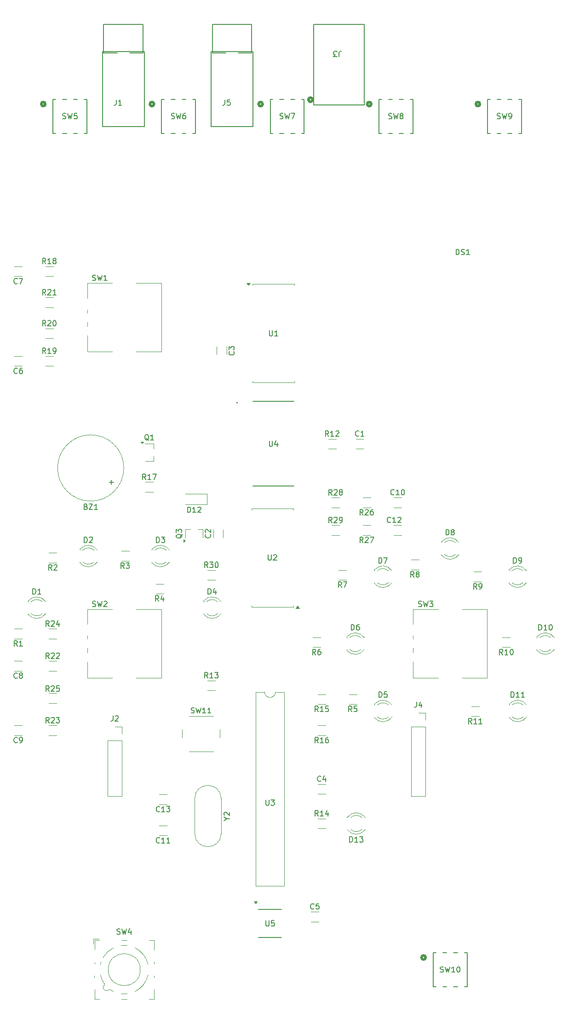
<source format=gbr>
%TF.GenerationSoftware,KiCad,Pcbnew,9.0.6*%
%TF.CreationDate,2026-02-15T15:46:47-05:00*%
%TF.ProjectId,Darkroom Timer,4461726b-726f-46f6-9d20-54696d65722e,rev?*%
%TF.SameCoordinates,Original*%
%TF.FileFunction,Legend,Top*%
%TF.FilePolarity,Positive*%
%FSLAX46Y46*%
G04 Gerber Fmt 4.6, Leading zero omitted, Abs format (unit mm)*
G04 Created by KiCad (PCBNEW 9.0.6) date 2026-02-15 15:46:47*
%MOMM*%
%LPD*%
G01*
G04 APERTURE LIST*
%ADD10C,0.150000*%
%ADD11C,0.120000*%
%ADD12C,0.152400*%
%ADD13C,0.508000*%
%ADD14C,0.127000*%
%ADD15C,0.200000*%
G04 APERTURE END LIST*
D10*
X99687142Y-104554580D02*
X99639523Y-104602200D01*
X99639523Y-104602200D02*
X99496666Y-104649819D01*
X99496666Y-104649819D02*
X99401428Y-104649819D01*
X99401428Y-104649819D02*
X99258571Y-104602200D01*
X99258571Y-104602200D02*
X99163333Y-104506961D01*
X99163333Y-104506961D02*
X99115714Y-104411723D01*
X99115714Y-104411723D02*
X99068095Y-104221247D01*
X99068095Y-104221247D02*
X99068095Y-104078390D01*
X99068095Y-104078390D02*
X99115714Y-103887914D01*
X99115714Y-103887914D02*
X99163333Y-103792676D01*
X99163333Y-103792676D02*
X99258571Y-103697438D01*
X99258571Y-103697438D02*
X99401428Y-103649819D01*
X99401428Y-103649819D02*
X99496666Y-103649819D01*
X99496666Y-103649819D02*
X99639523Y-103697438D01*
X99639523Y-103697438D02*
X99687142Y-103745057D01*
X100639523Y-104649819D02*
X100068095Y-104649819D01*
X100353809Y-104649819D02*
X100353809Y-103649819D01*
X100353809Y-103649819D02*
X100258571Y-103792676D01*
X100258571Y-103792676D02*
X100163333Y-103887914D01*
X100163333Y-103887914D02*
X100068095Y-103935533D01*
X101258571Y-103649819D02*
X101353809Y-103649819D01*
X101353809Y-103649819D02*
X101449047Y-103697438D01*
X101449047Y-103697438D02*
X101496666Y-103745057D01*
X101496666Y-103745057D02*
X101544285Y-103840295D01*
X101544285Y-103840295D02*
X101591904Y-104030771D01*
X101591904Y-104030771D02*
X101591904Y-104268866D01*
X101591904Y-104268866D02*
X101544285Y-104459342D01*
X101544285Y-104459342D02*
X101496666Y-104554580D01*
X101496666Y-104554580D02*
X101449047Y-104602200D01*
X101449047Y-104602200D02*
X101353809Y-104649819D01*
X101353809Y-104649819D02*
X101258571Y-104649819D01*
X101258571Y-104649819D02*
X101163333Y-104602200D01*
X101163333Y-104602200D02*
X101115714Y-104554580D01*
X101115714Y-104554580D02*
X101068095Y-104459342D01*
X101068095Y-104459342D02*
X101020476Y-104268866D01*
X101020476Y-104268866D02*
X101020476Y-104030771D01*
X101020476Y-104030771D02*
X101068095Y-103840295D01*
X101068095Y-103840295D02*
X101115714Y-103745057D01*
X101115714Y-103745057D02*
X101163333Y-103697438D01*
X101163333Y-103697438D02*
X101258571Y-103649819D01*
X98666667Y-35407200D02*
X98809524Y-35454819D01*
X98809524Y-35454819D02*
X99047619Y-35454819D01*
X99047619Y-35454819D02*
X99142857Y-35407200D01*
X99142857Y-35407200D02*
X99190476Y-35359580D01*
X99190476Y-35359580D02*
X99238095Y-35264342D01*
X99238095Y-35264342D02*
X99238095Y-35169104D01*
X99238095Y-35169104D02*
X99190476Y-35073866D01*
X99190476Y-35073866D02*
X99142857Y-35026247D01*
X99142857Y-35026247D02*
X99047619Y-34978628D01*
X99047619Y-34978628D02*
X98857143Y-34931009D01*
X98857143Y-34931009D02*
X98761905Y-34883390D01*
X98761905Y-34883390D02*
X98714286Y-34835771D01*
X98714286Y-34835771D02*
X98666667Y-34740533D01*
X98666667Y-34740533D02*
X98666667Y-34645295D01*
X98666667Y-34645295D02*
X98714286Y-34550057D01*
X98714286Y-34550057D02*
X98761905Y-34502438D01*
X98761905Y-34502438D02*
X98857143Y-34454819D01*
X98857143Y-34454819D02*
X99095238Y-34454819D01*
X99095238Y-34454819D02*
X99238095Y-34502438D01*
X99571429Y-34454819D02*
X99809524Y-35454819D01*
X99809524Y-35454819D02*
X100000000Y-34740533D01*
X100000000Y-34740533D02*
X100190476Y-35454819D01*
X100190476Y-35454819D02*
X100428572Y-34454819D01*
X100952381Y-34883390D02*
X100857143Y-34835771D01*
X100857143Y-34835771D02*
X100809524Y-34788152D01*
X100809524Y-34788152D02*
X100761905Y-34692914D01*
X100761905Y-34692914D02*
X100761905Y-34645295D01*
X100761905Y-34645295D02*
X100809524Y-34550057D01*
X100809524Y-34550057D02*
X100857143Y-34502438D01*
X100857143Y-34502438D02*
X100952381Y-34454819D01*
X100952381Y-34454819D02*
X101142857Y-34454819D01*
X101142857Y-34454819D02*
X101238095Y-34502438D01*
X101238095Y-34502438D02*
X101285714Y-34550057D01*
X101285714Y-34550057D02*
X101333333Y-34645295D01*
X101333333Y-34645295D02*
X101333333Y-34692914D01*
X101333333Y-34692914D02*
X101285714Y-34788152D01*
X101285714Y-34788152D02*
X101238095Y-34835771D01*
X101238095Y-34835771D02*
X101142857Y-34883390D01*
X101142857Y-34883390D02*
X100952381Y-34883390D01*
X100952381Y-34883390D02*
X100857143Y-34931009D01*
X100857143Y-34931009D02*
X100809524Y-34978628D01*
X100809524Y-34978628D02*
X100761905Y-35073866D01*
X100761905Y-35073866D02*
X100761905Y-35264342D01*
X100761905Y-35264342D02*
X100809524Y-35359580D01*
X100809524Y-35359580D02*
X100857143Y-35407200D01*
X100857143Y-35407200D02*
X100952381Y-35454819D01*
X100952381Y-35454819D02*
X101142857Y-35454819D01*
X101142857Y-35454819D02*
X101238095Y-35407200D01*
X101238095Y-35407200D02*
X101285714Y-35359580D01*
X101285714Y-35359580D02*
X101333333Y-35264342D01*
X101333333Y-35264342D02*
X101333333Y-35073866D01*
X101333333Y-35073866D02*
X101285714Y-34978628D01*
X101285714Y-34978628D02*
X101238095Y-34931009D01*
X101238095Y-34931009D02*
X101142857Y-34883390D01*
X84923333Y-180754580D02*
X84875714Y-180802200D01*
X84875714Y-180802200D02*
X84732857Y-180849819D01*
X84732857Y-180849819D02*
X84637619Y-180849819D01*
X84637619Y-180849819D02*
X84494762Y-180802200D01*
X84494762Y-180802200D02*
X84399524Y-180706961D01*
X84399524Y-180706961D02*
X84351905Y-180611723D01*
X84351905Y-180611723D02*
X84304286Y-180421247D01*
X84304286Y-180421247D02*
X84304286Y-180278390D01*
X84304286Y-180278390D02*
X84351905Y-180087914D01*
X84351905Y-180087914D02*
X84399524Y-179992676D01*
X84399524Y-179992676D02*
X84494762Y-179897438D01*
X84494762Y-179897438D02*
X84637619Y-179849819D01*
X84637619Y-179849819D02*
X84732857Y-179849819D01*
X84732857Y-179849819D02*
X84875714Y-179897438D01*
X84875714Y-179897438D02*
X84923333Y-179945057D01*
X85828095Y-179849819D02*
X85351905Y-179849819D01*
X85351905Y-179849819D02*
X85304286Y-180326009D01*
X85304286Y-180326009D02*
X85351905Y-180278390D01*
X85351905Y-180278390D02*
X85447143Y-180230771D01*
X85447143Y-180230771D02*
X85685238Y-180230771D01*
X85685238Y-180230771D02*
X85780476Y-180278390D01*
X85780476Y-180278390D02*
X85828095Y-180326009D01*
X85828095Y-180326009D02*
X85875714Y-180421247D01*
X85875714Y-180421247D02*
X85875714Y-180659342D01*
X85875714Y-180659342D02*
X85828095Y-180754580D01*
X85828095Y-180754580D02*
X85780476Y-180802200D01*
X85780476Y-180802200D02*
X85685238Y-180849819D01*
X85685238Y-180849819D02*
X85447143Y-180849819D01*
X85447143Y-180849819D02*
X85351905Y-180802200D01*
X85351905Y-180802200D02*
X85304286Y-180754580D01*
X91495714Y-168514819D02*
X91495714Y-167514819D01*
X91495714Y-167514819D02*
X91733809Y-167514819D01*
X91733809Y-167514819D02*
X91876666Y-167562438D01*
X91876666Y-167562438D02*
X91971904Y-167657676D01*
X91971904Y-167657676D02*
X92019523Y-167752914D01*
X92019523Y-167752914D02*
X92067142Y-167943390D01*
X92067142Y-167943390D02*
X92067142Y-168086247D01*
X92067142Y-168086247D02*
X92019523Y-168276723D01*
X92019523Y-168276723D02*
X91971904Y-168371961D01*
X91971904Y-168371961D02*
X91876666Y-168467200D01*
X91876666Y-168467200D02*
X91733809Y-168514819D01*
X91733809Y-168514819D02*
X91495714Y-168514819D01*
X93019523Y-168514819D02*
X92448095Y-168514819D01*
X92733809Y-168514819D02*
X92733809Y-167514819D01*
X92733809Y-167514819D02*
X92638571Y-167657676D01*
X92638571Y-167657676D02*
X92543333Y-167752914D01*
X92543333Y-167752914D02*
X92448095Y-167800533D01*
X93352857Y-167514819D02*
X93971904Y-167514819D01*
X93971904Y-167514819D02*
X93638571Y-167895771D01*
X93638571Y-167895771D02*
X93781428Y-167895771D01*
X93781428Y-167895771D02*
X93876666Y-167943390D01*
X93876666Y-167943390D02*
X93924285Y-167991009D01*
X93924285Y-167991009D02*
X93971904Y-168086247D01*
X93971904Y-168086247D02*
X93971904Y-168324342D01*
X93971904Y-168324342D02*
X93924285Y-168419580D01*
X93924285Y-168419580D02*
X93876666Y-168467200D01*
X93876666Y-168467200D02*
X93781428Y-168514819D01*
X93781428Y-168514819D02*
X93495714Y-168514819D01*
X93495714Y-168514819D02*
X93400476Y-168467200D01*
X93400476Y-168467200D02*
X93352857Y-168419580D01*
X119687142Y-134044819D02*
X119353809Y-133568628D01*
X119115714Y-134044819D02*
X119115714Y-133044819D01*
X119115714Y-133044819D02*
X119496666Y-133044819D01*
X119496666Y-133044819D02*
X119591904Y-133092438D01*
X119591904Y-133092438D02*
X119639523Y-133140057D01*
X119639523Y-133140057D02*
X119687142Y-133235295D01*
X119687142Y-133235295D02*
X119687142Y-133378152D01*
X119687142Y-133378152D02*
X119639523Y-133473390D01*
X119639523Y-133473390D02*
X119591904Y-133521009D01*
X119591904Y-133521009D02*
X119496666Y-133568628D01*
X119496666Y-133568628D02*
X119115714Y-133568628D01*
X120639523Y-134044819D02*
X120068095Y-134044819D01*
X120353809Y-134044819D02*
X120353809Y-133044819D01*
X120353809Y-133044819D02*
X120258571Y-133187676D01*
X120258571Y-133187676D02*
X120163333Y-133282914D01*
X120163333Y-133282914D02*
X120068095Y-133330533D01*
X121258571Y-133044819D02*
X121353809Y-133044819D01*
X121353809Y-133044819D02*
X121449047Y-133092438D01*
X121449047Y-133092438D02*
X121496666Y-133140057D01*
X121496666Y-133140057D02*
X121544285Y-133235295D01*
X121544285Y-133235295D02*
X121591904Y-133425771D01*
X121591904Y-133425771D02*
X121591904Y-133663866D01*
X121591904Y-133663866D02*
X121544285Y-133854342D01*
X121544285Y-133854342D02*
X121496666Y-133949580D01*
X121496666Y-133949580D02*
X121449047Y-133997200D01*
X121449047Y-133997200D02*
X121353809Y-134044819D01*
X121353809Y-134044819D02*
X121258571Y-134044819D01*
X121258571Y-134044819D02*
X121163333Y-133997200D01*
X121163333Y-133997200D02*
X121115714Y-133949580D01*
X121115714Y-133949580D02*
X121068095Y-133854342D01*
X121068095Y-133854342D02*
X121020476Y-133663866D01*
X121020476Y-133663866D02*
X121020476Y-133425771D01*
X121020476Y-133425771D02*
X121068095Y-133235295D01*
X121068095Y-133235295D02*
X121115714Y-133140057D01*
X121115714Y-133140057D02*
X121163333Y-133092438D01*
X121163333Y-133092438D02*
X121258571Y-133044819D01*
X60665057Y-111855238D02*
X60617438Y-111950476D01*
X60617438Y-111950476D02*
X60522200Y-112045714D01*
X60522200Y-112045714D02*
X60379342Y-112188571D01*
X60379342Y-112188571D02*
X60331723Y-112283809D01*
X60331723Y-112283809D02*
X60331723Y-112379047D01*
X60569819Y-112331428D02*
X60522200Y-112426666D01*
X60522200Y-112426666D02*
X60426961Y-112521904D01*
X60426961Y-112521904D02*
X60236485Y-112569523D01*
X60236485Y-112569523D02*
X59903152Y-112569523D01*
X59903152Y-112569523D02*
X59712676Y-112521904D01*
X59712676Y-112521904D02*
X59617438Y-112426666D01*
X59617438Y-112426666D02*
X59569819Y-112331428D01*
X59569819Y-112331428D02*
X59569819Y-112140952D01*
X59569819Y-112140952D02*
X59617438Y-112045714D01*
X59617438Y-112045714D02*
X59712676Y-111950476D01*
X59712676Y-111950476D02*
X59903152Y-111902857D01*
X59903152Y-111902857D02*
X60236485Y-111902857D01*
X60236485Y-111902857D02*
X60426961Y-111950476D01*
X60426961Y-111950476D02*
X60522200Y-112045714D01*
X60522200Y-112045714D02*
X60569819Y-112140952D01*
X60569819Y-112140952D02*
X60569819Y-112331428D01*
X59569819Y-111569523D02*
X59569819Y-110950476D01*
X59569819Y-110950476D02*
X59950771Y-111283809D01*
X59950771Y-111283809D02*
X59950771Y-111140952D01*
X59950771Y-111140952D02*
X59998390Y-111045714D01*
X59998390Y-111045714D02*
X60046009Y-110998095D01*
X60046009Y-110998095D02*
X60141247Y-110950476D01*
X60141247Y-110950476D02*
X60379342Y-110950476D01*
X60379342Y-110950476D02*
X60474580Y-110998095D01*
X60474580Y-110998095D02*
X60522200Y-111045714D01*
X60522200Y-111045714D02*
X60569819Y-111140952D01*
X60569819Y-111140952D02*
X60569819Y-111426666D01*
X60569819Y-111426666D02*
X60522200Y-111521904D01*
X60522200Y-111521904D02*
X60474580Y-111569523D01*
X35552142Y-73554819D02*
X35218809Y-73078628D01*
X34980714Y-73554819D02*
X34980714Y-72554819D01*
X34980714Y-72554819D02*
X35361666Y-72554819D01*
X35361666Y-72554819D02*
X35456904Y-72602438D01*
X35456904Y-72602438D02*
X35504523Y-72650057D01*
X35504523Y-72650057D02*
X35552142Y-72745295D01*
X35552142Y-72745295D02*
X35552142Y-72888152D01*
X35552142Y-72888152D02*
X35504523Y-72983390D01*
X35504523Y-72983390D02*
X35456904Y-73031009D01*
X35456904Y-73031009D02*
X35361666Y-73078628D01*
X35361666Y-73078628D02*
X34980714Y-73078628D01*
X35933095Y-72650057D02*
X35980714Y-72602438D01*
X35980714Y-72602438D02*
X36075952Y-72554819D01*
X36075952Y-72554819D02*
X36314047Y-72554819D01*
X36314047Y-72554819D02*
X36409285Y-72602438D01*
X36409285Y-72602438D02*
X36456904Y-72650057D01*
X36456904Y-72650057D02*
X36504523Y-72745295D01*
X36504523Y-72745295D02*
X36504523Y-72840533D01*
X36504523Y-72840533D02*
X36456904Y-72983390D01*
X36456904Y-72983390D02*
X35885476Y-73554819D01*
X35885476Y-73554819D02*
X36504523Y-73554819D01*
X37123571Y-72554819D02*
X37218809Y-72554819D01*
X37218809Y-72554819D02*
X37314047Y-72602438D01*
X37314047Y-72602438D02*
X37361666Y-72650057D01*
X37361666Y-72650057D02*
X37409285Y-72745295D01*
X37409285Y-72745295D02*
X37456904Y-72935771D01*
X37456904Y-72935771D02*
X37456904Y-73173866D01*
X37456904Y-73173866D02*
X37409285Y-73364342D01*
X37409285Y-73364342D02*
X37361666Y-73459580D01*
X37361666Y-73459580D02*
X37314047Y-73507200D01*
X37314047Y-73507200D02*
X37218809Y-73554819D01*
X37218809Y-73554819D02*
X37123571Y-73554819D01*
X37123571Y-73554819D02*
X37028333Y-73507200D01*
X37028333Y-73507200D02*
X36980714Y-73459580D01*
X36980714Y-73459580D02*
X36933095Y-73364342D01*
X36933095Y-73364342D02*
X36885476Y-73173866D01*
X36885476Y-73173866D02*
X36885476Y-72935771D01*
X36885476Y-72935771D02*
X36933095Y-72745295D01*
X36933095Y-72745295D02*
X36980714Y-72650057D01*
X36980714Y-72650057D02*
X37028333Y-72602438D01*
X37028333Y-72602438D02*
X37123571Y-72554819D01*
X48511666Y-31955818D02*
X48511666Y-32670103D01*
X48511666Y-32670103D02*
X48464047Y-32812960D01*
X48464047Y-32812960D02*
X48368809Y-32908199D01*
X48368809Y-32908199D02*
X48225952Y-32955818D01*
X48225952Y-32955818D02*
X48130714Y-32955818D01*
X49511666Y-32955818D02*
X48940238Y-32955818D01*
X49225952Y-32955818D02*
X49225952Y-31955818D01*
X49225952Y-31955818D02*
X49130714Y-32098675D01*
X49130714Y-32098675D02*
X49035476Y-32193913D01*
X49035476Y-32193913D02*
X48940238Y-32241532D01*
X58666667Y-35407200D02*
X58809524Y-35454819D01*
X58809524Y-35454819D02*
X59047619Y-35454819D01*
X59047619Y-35454819D02*
X59142857Y-35407200D01*
X59142857Y-35407200D02*
X59190476Y-35359580D01*
X59190476Y-35359580D02*
X59238095Y-35264342D01*
X59238095Y-35264342D02*
X59238095Y-35169104D01*
X59238095Y-35169104D02*
X59190476Y-35073866D01*
X59190476Y-35073866D02*
X59142857Y-35026247D01*
X59142857Y-35026247D02*
X59047619Y-34978628D01*
X59047619Y-34978628D02*
X58857143Y-34931009D01*
X58857143Y-34931009D02*
X58761905Y-34883390D01*
X58761905Y-34883390D02*
X58714286Y-34835771D01*
X58714286Y-34835771D02*
X58666667Y-34740533D01*
X58666667Y-34740533D02*
X58666667Y-34645295D01*
X58666667Y-34645295D02*
X58714286Y-34550057D01*
X58714286Y-34550057D02*
X58761905Y-34502438D01*
X58761905Y-34502438D02*
X58857143Y-34454819D01*
X58857143Y-34454819D02*
X59095238Y-34454819D01*
X59095238Y-34454819D02*
X59238095Y-34502438D01*
X59571429Y-34454819D02*
X59809524Y-35454819D01*
X59809524Y-35454819D02*
X60000000Y-34740533D01*
X60000000Y-34740533D02*
X60190476Y-35454819D01*
X60190476Y-35454819D02*
X60428572Y-34454819D01*
X61238095Y-34454819D02*
X61047619Y-34454819D01*
X61047619Y-34454819D02*
X60952381Y-34502438D01*
X60952381Y-34502438D02*
X60904762Y-34550057D01*
X60904762Y-34550057D02*
X60809524Y-34692914D01*
X60809524Y-34692914D02*
X60761905Y-34883390D01*
X60761905Y-34883390D02*
X60761905Y-35264342D01*
X60761905Y-35264342D02*
X60809524Y-35359580D01*
X60809524Y-35359580D02*
X60857143Y-35407200D01*
X60857143Y-35407200D02*
X60952381Y-35454819D01*
X60952381Y-35454819D02*
X61142857Y-35454819D01*
X61142857Y-35454819D02*
X61238095Y-35407200D01*
X61238095Y-35407200D02*
X61285714Y-35359580D01*
X61285714Y-35359580D02*
X61333333Y-35264342D01*
X61333333Y-35264342D02*
X61333333Y-35026247D01*
X61333333Y-35026247D02*
X61285714Y-34931009D01*
X61285714Y-34931009D02*
X61238095Y-34883390D01*
X61238095Y-34883390D02*
X61142857Y-34835771D01*
X61142857Y-34835771D02*
X60952381Y-34835771D01*
X60952381Y-34835771D02*
X60857143Y-34883390D01*
X60857143Y-34883390D02*
X60809524Y-34931009D01*
X60809524Y-34931009D02*
X60761905Y-35026247D01*
X85717142Y-163724819D02*
X85383809Y-163248628D01*
X85145714Y-163724819D02*
X85145714Y-162724819D01*
X85145714Y-162724819D02*
X85526666Y-162724819D01*
X85526666Y-162724819D02*
X85621904Y-162772438D01*
X85621904Y-162772438D02*
X85669523Y-162820057D01*
X85669523Y-162820057D02*
X85717142Y-162915295D01*
X85717142Y-162915295D02*
X85717142Y-163058152D01*
X85717142Y-163058152D02*
X85669523Y-163153390D01*
X85669523Y-163153390D02*
X85621904Y-163201009D01*
X85621904Y-163201009D02*
X85526666Y-163248628D01*
X85526666Y-163248628D02*
X85145714Y-163248628D01*
X86669523Y-163724819D02*
X86098095Y-163724819D01*
X86383809Y-163724819D02*
X86383809Y-162724819D01*
X86383809Y-162724819D02*
X86288571Y-162867676D01*
X86288571Y-162867676D02*
X86193333Y-162962914D01*
X86193333Y-162962914D02*
X86098095Y-163010533D01*
X87526666Y-163058152D02*
X87526666Y-163724819D01*
X87288571Y-162677200D02*
X87050476Y-163391485D01*
X87050476Y-163391485D02*
X87669523Y-163391485D01*
X114890833Y-121979819D02*
X114557500Y-121503628D01*
X114319405Y-121979819D02*
X114319405Y-120979819D01*
X114319405Y-120979819D02*
X114700357Y-120979819D01*
X114700357Y-120979819D02*
X114795595Y-121027438D01*
X114795595Y-121027438D02*
X114843214Y-121075057D01*
X114843214Y-121075057D02*
X114890833Y-121170295D01*
X114890833Y-121170295D02*
X114890833Y-121313152D01*
X114890833Y-121313152D02*
X114843214Y-121408390D01*
X114843214Y-121408390D02*
X114795595Y-121456009D01*
X114795595Y-121456009D02*
X114700357Y-121503628D01*
X114700357Y-121503628D02*
X114319405Y-121503628D01*
X115367024Y-121979819D02*
X115557500Y-121979819D01*
X115557500Y-121979819D02*
X115652738Y-121932200D01*
X115652738Y-121932200D02*
X115700357Y-121884580D01*
X115700357Y-121884580D02*
X115795595Y-121741723D01*
X115795595Y-121741723D02*
X115843214Y-121551247D01*
X115843214Y-121551247D02*
X115843214Y-121170295D01*
X115843214Y-121170295D02*
X115795595Y-121075057D01*
X115795595Y-121075057D02*
X115747976Y-121027438D01*
X115747976Y-121027438D02*
X115652738Y-120979819D01*
X115652738Y-120979819D02*
X115462262Y-120979819D01*
X115462262Y-120979819D02*
X115367024Y-121027438D01*
X115367024Y-121027438D02*
X115319405Y-121075057D01*
X115319405Y-121075057D02*
X115271786Y-121170295D01*
X115271786Y-121170295D02*
X115271786Y-121408390D01*
X115271786Y-121408390D02*
X115319405Y-121503628D01*
X115319405Y-121503628D02*
X115367024Y-121551247D01*
X115367024Y-121551247D02*
X115462262Y-121598866D01*
X115462262Y-121598866D02*
X115652738Y-121598866D01*
X115652738Y-121598866D02*
X115747976Y-121551247D01*
X115747976Y-121551247D02*
X115795595Y-121503628D01*
X115795595Y-121503628D02*
X115843214Y-121408390D01*
X36187142Y-128799819D02*
X35853809Y-128323628D01*
X35615714Y-128799819D02*
X35615714Y-127799819D01*
X35615714Y-127799819D02*
X35996666Y-127799819D01*
X35996666Y-127799819D02*
X36091904Y-127847438D01*
X36091904Y-127847438D02*
X36139523Y-127895057D01*
X36139523Y-127895057D02*
X36187142Y-127990295D01*
X36187142Y-127990295D02*
X36187142Y-128133152D01*
X36187142Y-128133152D02*
X36139523Y-128228390D01*
X36139523Y-128228390D02*
X36091904Y-128276009D01*
X36091904Y-128276009D02*
X35996666Y-128323628D01*
X35996666Y-128323628D02*
X35615714Y-128323628D01*
X36568095Y-127895057D02*
X36615714Y-127847438D01*
X36615714Y-127847438D02*
X36710952Y-127799819D01*
X36710952Y-127799819D02*
X36949047Y-127799819D01*
X36949047Y-127799819D02*
X37044285Y-127847438D01*
X37044285Y-127847438D02*
X37091904Y-127895057D01*
X37091904Y-127895057D02*
X37139523Y-127990295D01*
X37139523Y-127990295D02*
X37139523Y-128085533D01*
X37139523Y-128085533D02*
X37091904Y-128228390D01*
X37091904Y-128228390D02*
X36520476Y-128799819D01*
X36520476Y-128799819D02*
X37139523Y-128799819D01*
X37996666Y-128133152D02*
X37996666Y-128799819D01*
X37758571Y-127752200D02*
X37520476Y-128466485D01*
X37520476Y-128466485D02*
X38139523Y-128466485D01*
X93178333Y-93759580D02*
X93130714Y-93807200D01*
X93130714Y-93807200D02*
X92987857Y-93854819D01*
X92987857Y-93854819D02*
X92892619Y-93854819D01*
X92892619Y-93854819D02*
X92749762Y-93807200D01*
X92749762Y-93807200D02*
X92654524Y-93711961D01*
X92654524Y-93711961D02*
X92606905Y-93616723D01*
X92606905Y-93616723D02*
X92559286Y-93426247D01*
X92559286Y-93426247D02*
X92559286Y-93283390D01*
X92559286Y-93283390D02*
X92606905Y-93092914D01*
X92606905Y-93092914D02*
X92654524Y-92997676D01*
X92654524Y-92997676D02*
X92749762Y-92902438D01*
X92749762Y-92902438D02*
X92892619Y-92854819D01*
X92892619Y-92854819D02*
X92987857Y-92854819D01*
X92987857Y-92854819D02*
X93130714Y-92902438D01*
X93130714Y-92902438D02*
X93178333Y-92950057D01*
X94130714Y-93854819D02*
X93559286Y-93854819D01*
X93845000Y-93854819D02*
X93845000Y-92854819D01*
X93845000Y-92854819D02*
X93749762Y-92997676D01*
X93749762Y-92997676D02*
X93654524Y-93092914D01*
X93654524Y-93092914D02*
X93559286Y-93140533D01*
X85717142Y-150239819D02*
X85383809Y-149763628D01*
X85145714Y-150239819D02*
X85145714Y-149239819D01*
X85145714Y-149239819D02*
X85526666Y-149239819D01*
X85526666Y-149239819D02*
X85621904Y-149287438D01*
X85621904Y-149287438D02*
X85669523Y-149335057D01*
X85669523Y-149335057D02*
X85717142Y-149430295D01*
X85717142Y-149430295D02*
X85717142Y-149573152D01*
X85717142Y-149573152D02*
X85669523Y-149668390D01*
X85669523Y-149668390D02*
X85621904Y-149716009D01*
X85621904Y-149716009D02*
X85526666Y-149763628D01*
X85526666Y-149763628D02*
X85145714Y-149763628D01*
X86669523Y-150239819D02*
X86098095Y-150239819D01*
X86383809Y-150239819D02*
X86383809Y-149239819D01*
X86383809Y-149239819D02*
X86288571Y-149382676D01*
X86288571Y-149382676D02*
X86193333Y-149477914D01*
X86193333Y-149477914D02*
X86098095Y-149525533D01*
X87526666Y-149239819D02*
X87336190Y-149239819D01*
X87336190Y-149239819D02*
X87240952Y-149287438D01*
X87240952Y-149287438D02*
X87193333Y-149335057D01*
X87193333Y-149335057D02*
X87098095Y-149477914D01*
X87098095Y-149477914D02*
X87050476Y-149668390D01*
X87050476Y-149668390D02*
X87050476Y-150049342D01*
X87050476Y-150049342D02*
X87098095Y-150144580D01*
X87098095Y-150144580D02*
X87145714Y-150192200D01*
X87145714Y-150192200D02*
X87240952Y-150239819D01*
X87240952Y-150239819D02*
X87431428Y-150239819D01*
X87431428Y-150239819D02*
X87526666Y-150192200D01*
X87526666Y-150192200D02*
X87574285Y-150144580D01*
X87574285Y-150144580D02*
X87621904Y-150049342D01*
X87621904Y-150049342D02*
X87621904Y-149811247D01*
X87621904Y-149811247D02*
X87574285Y-149716009D01*
X87574285Y-149716009D02*
X87526666Y-149668390D01*
X87526666Y-149668390D02*
X87431428Y-149620771D01*
X87431428Y-149620771D02*
X87240952Y-149620771D01*
X87240952Y-149620771D02*
X87145714Y-149668390D01*
X87145714Y-149668390D02*
X87098095Y-149716009D01*
X87098095Y-149716009D02*
X87050476Y-149811247D01*
X42944047Y-106826009D02*
X43086904Y-106873628D01*
X43086904Y-106873628D02*
X43134523Y-106921247D01*
X43134523Y-106921247D02*
X43182142Y-107016485D01*
X43182142Y-107016485D02*
X43182142Y-107159342D01*
X43182142Y-107159342D02*
X43134523Y-107254580D01*
X43134523Y-107254580D02*
X43086904Y-107302200D01*
X43086904Y-107302200D02*
X42991666Y-107349819D01*
X42991666Y-107349819D02*
X42610714Y-107349819D01*
X42610714Y-107349819D02*
X42610714Y-106349819D01*
X42610714Y-106349819D02*
X42944047Y-106349819D01*
X42944047Y-106349819D02*
X43039285Y-106397438D01*
X43039285Y-106397438D02*
X43086904Y-106445057D01*
X43086904Y-106445057D02*
X43134523Y-106540295D01*
X43134523Y-106540295D02*
X43134523Y-106635533D01*
X43134523Y-106635533D02*
X43086904Y-106730771D01*
X43086904Y-106730771D02*
X43039285Y-106778390D01*
X43039285Y-106778390D02*
X42944047Y-106826009D01*
X42944047Y-106826009D02*
X42610714Y-106826009D01*
X43515476Y-106349819D02*
X44182142Y-106349819D01*
X44182142Y-106349819D02*
X43515476Y-107349819D01*
X43515476Y-107349819D02*
X44182142Y-107349819D01*
X45086904Y-107349819D02*
X44515476Y-107349819D01*
X44801190Y-107349819D02*
X44801190Y-106349819D01*
X44801190Y-106349819D02*
X44705952Y-106492676D01*
X44705952Y-106492676D02*
X44610714Y-106587914D01*
X44610714Y-106587914D02*
X44515476Y-106635533D01*
X47254048Y-102308866D02*
X48015953Y-102308866D01*
X47635000Y-102689819D02*
X47635000Y-101927914D01*
X65819580Y-111926666D02*
X65867200Y-111974285D01*
X65867200Y-111974285D02*
X65914819Y-112117142D01*
X65914819Y-112117142D02*
X65914819Y-112212380D01*
X65914819Y-112212380D02*
X65867200Y-112355237D01*
X65867200Y-112355237D02*
X65771961Y-112450475D01*
X65771961Y-112450475D02*
X65676723Y-112498094D01*
X65676723Y-112498094D02*
X65486247Y-112545713D01*
X65486247Y-112545713D02*
X65343390Y-112545713D01*
X65343390Y-112545713D02*
X65152914Y-112498094D01*
X65152914Y-112498094D02*
X65057676Y-112450475D01*
X65057676Y-112450475D02*
X64962438Y-112355237D01*
X64962438Y-112355237D02*
X64914819Y-112212380D01*
X64914819Y-112212380D02*
X64914819Y-112117142D01*
X64914819Y-112117142D02*
X64962438Y-111974285D01*
X64962438Y-111974285D02*
X65010057Y-111926666D01*
X65010057Y-111545713D02*
X64962438Y-111498094D01*
X64962438Y-111498094D02*
X64914819Y-111402856D01*
X64914819Y-111402856D02*
X64914819Y-111164761D01*
X64914819Y-111164761D02*
X64962438Y-111069523D01*
X64962438Y-111069523D02*
X65010057Y-111021904D01*
X65010057Y-111021904D02*
X65105295Y-110974285D01*
X65105295Y-110974285D02*
X65200533Y-110974285D01*
X65200533Y-110974285D02*
X65343390Y-111021904D01*
X65343390Y-111021904D02*
X65914819Y-111593332D01*
X65914819Y-111593332D02*
X65914819Y-110974285D01*
X87622142Y-93874819D02*
X87288809Y-93398628D01*
X87050714Y-93874819D02*
X87050714Y-92874819D01*
X87050714Y-92874819D02*
X87431666Y-92874819D01*
X87431666Y-92874819D02*
X87526904Y-92922438D01*
X87526904Y-92922438D02*
X87574523Y-92970057D01*
X87574523Y-92970057D02*
X87622142Y-93065295D01*
X87622142Y-93065295D02*
X87622142Y-93208152D01*
X87622142Y-93208152D02*
X87574523Y-93303390D01*
X87574523Y-93303390D02*
X87526904Y-93351009D01*
X87526904Y-93351009D02*
X87431666Y-93398628D01*
X87431666Y-93398628D02*
X87050714Y-93398628D01*
X88574523Y-93874819D02*
X88003095Y-93874819D01*
X88288809Y-93874819D02*
X88288809Y-92874819D01*
X88288809Y-92874819D02*
X88193571Y-93017676D01*
X88193571Y-93017676D02*
X88098333Y-93112914D01*
X88098333Y-93112914D02*
X88003095Y-93160533D01*
X88955476Y-92970057D02*
X89003095Y-92922438D01*
X89003095Y-92922438D02*
X89098333Y-92874819D01*
X89098333Y-92874819D02*
X89336428Y-92874819D01*
X89336428Y-92874819D02*
X89431666Y-92922438D01*
X89431666Y-92922438D02*
X89479285Y-92970057D01*
X89479285Y-92970057D02*
X89526904Y-93065295D01*
X89526904Y-93065295D02*
X89526904Y-93160533D01*
X89526904Y-93160533D02*
X89479285Y-93303390D01*
X89479285Y-93303390D02*
X88907857Y-93874819D01*
X88907857Y-93874819D02*
X89526904Y-93874819D01*
X89553333Y-24040180D02*
X89553333Y-23325895D01*
X89553333Y-23325895D02*
X89600952Y-23183038D01*
X89600952Y-23183038D02*
X89696190Y-23087800D01*
X89696190Y-23087800D02*
X89839047Y-23040180D01*
X89839047Y-23040180D02*
X89934285Y-23040180D01*
X89172380Y-24040180D02*
X88553333Y-24040180D01*
X88553333Y-24040180D02*
X88886666Y-23659228D01*
X88886666Y-23659228D02*
X88743809Y-23659228D01*
X88743809Y-23659228D02*
X88648571Y-23611609D01*
X88648571Y-23611609D02*
X88600952Y-23563990D01*
X88600952Y-23563990D02*
X88553333Y-23468752D01*
X88553333Y-23468752D02*
X88553333Y-23230657D01*
X88553333Y-23230657D02*
X88600952Y-23135419D01*
X88600952Y-23135419D02*
X88648571Y-23087800D01*
X88648571Y-23087800D02*
X88743809Y-23040180D01*
X88743809Y-23040180D02*
X89029523Y-23040180D01*
X89029523Y-23040180D02*
X89124761Y-23087800D01*
X89124761Y-23087800D02*
X89172380Y-23135419D01*
X62325476Y-144747200D02*
X62468333Y-144794819D01*
X62468333Y-144794819D02*
X62706428Y-144794819D01*
X62706428Y-144794819D02*
X62801666Y-144747200D01*
X62801666Y-144747200D02*
X62849285Y-144699580D01*
X62849285Y-144699580D02*
X62896904Y-144604342D01*
X62896904Y-144604342D02*
X62896904Y-144509104D01*
X62896904Y-144509104D02*
X62849285Y-144413866D01*
X62849285Y-144413866D02*
X62801666Y-144366247D01*
X62801666Y-144366247D02*
X62706428Y-144318628D01*
X62706428Y-144318628D02*
X62515952Y-144271009D01*
X62515952Y-144271009D02*
X62420714Y-144223390D01*
X62420714Y-144223390D02*
X62373095Y-144175771D01*
X62373095Y-144175771D02*
X62325476Y-144080533D01*
X62325476Y-144080533D02*
X62325476Y-143985295D01*
X62325476Y-143985295D02*
X62373095Y-143890057D01*
X62373095Y-143890057D02*
X62420714Y-143842438D01*
X62420714Y-143842438D02*
X62515952Y-143794819D01*
X62515952Y-143794819D02*
X62754047Y-143794819D01*
X62754047Y-143794819D02*
X62896904Y-143842438D01*
X63230238Y-143794819D02*
X63468333Y-144794819D01*
X63468333Y-144794819D02*
X63658809Y-144080533D01*
X63658809Y-144080533D02*
X63849285Y-144794819D01*
X63849285Y-144794819D02*
X64087381Y-143794819D01*
X64992142Y-144794819D02*
X64420714Y-144794819D01*
X64706428Y-144794819D02*
X64706428Y-143794819D01*
X64706428Y-143794819D02*
X64611190Y-143937676D01*
X64611190Y-143937676D02*
X64515952Y-144032914D01*
X64515952Y-144032914D02*
X64420714Y-144080533D01*
X65944523Y-144794819D02*
X65373095Y-144794819D01*
X65658809Y-144794819D02*
X65658809Y-143794819D01*
X65658809Y-143794819D02*
X65563571Y-143937676D01*
X65563571Y-143937676D02*
X65468333Y-144032914D01*
X65468333Y-144032914D02*
X65373095Y-144080533D01*
X76708095Y-94704819D02*
X76708095Y-95514342D01*
X76708095Y-95514342D02*
X76755714Y-95609580D01*
X76755714Y-95609580D02*
X76803333Y-95657200D01*
X76803333Y-95657200D02*
X76898571Y-95704819D01*
X76898571Y-95704819D02*
X77089047Y-95704819D01*
X77089047Y-95704819D02*
X77184285Y-95657200D01*
X77184285Y-95657200D02*
X77231904Y-95609580D01*
X77231904Y-95609580D02*
X77279523Y-95514342D01*
X77279523Y-95514342D02*
X77279523Y-94704819D01*
X78184285Y-95038152D02*
X78184285Y-95704819D01*
X77946190Y-94657200D02*
X77708095Y-95371485D01*
X77708095Y-95371485D02*
X78327142Y-95371485D01*
X36663333Y-118489819D02*
X36330000Y-118013628D01*
X36091905Y-118489819D02*
X36091905Y-117489819D01*
X36091905Y-117489819D02*
X36472857Y-117489819D01*
X36472857Y-117489819D02*
X36568095Y-117537438D01*
X36568095Y-117537438D02*
X36615714Y-117585057D01*
X36615714Y-117585057D02*
X36663333Y-117680295D01*
X36663333Y-117680295D02*
X36663333Y-117823152D01*
X36663333Y-117823152D02*
X36615714Y-117918390D01*
X36615714Y-117918390D02*
X36568095Y-117966009D01*
X36568095Y-117966009D02*
X36472857Y-118013628D01*
X36472857Y-118013628D02*
X36091905Y-118013628D01*
X37044286Y-117585057D02*
X37091905Y-117537438D01*
X37091905Y-117537438D02*
X37187143Y-117489819D01*
X37187143Y-117489819D02*
X37425238Y-117489819D01*
X37425238Y-117489819D02*
X37520476Y-117537438D01*
X37520476Y-117537438D02*
X37568095Y-117585057D01*
X37568095Y-117585057D02*
X37615714Y-117680295D01*
X37615714Y-117680295D02*
X37615714Y-117775533D01*
X37615714Y-117775533D02*
X37568095Y-117918390D01*
X37568095Y-117918390D02*
X36996667Y-118489819D01*
X36996667Y-118489819D02*
X37615714Y-118489819D01*
X44166667Y-65157200D02*
X44309524Y-65204819D01*
X44309524Y-65204819D02*
X44547619Y-65204819D01*
X44547619Y-65204819D02*
X44642857Y-65157200D01*
X44642857Y-65157200D02*
X44690476Y-65109580D01*
X44690476Y-65109580D02*
X44738095Y-65014342D01*
X44738095Y-65014342D02*
X44738095Y-64919104D01*
X44738095Y-64919104D02*
X44690476Y-64823866D01*
X44690476Y-64823866D02*
X44642857Y-64776247D01*
X44642857Y-64776247D02*
X44547619Y-64728628D01*
X44547619Y-64728628D02*
X44357143Y-64681009D01*
X44357143Y-64681009D02*
X44261905Y-64633390D01*
X44261905Y-64633390D02*
X44214286Y-64585771D01*
X44214286Y-64585771D02*
X44166667Y-64490533D01*
X44166667Y-64490533D02*
X44166667Y-64395295D01*
X44166667Y-64395295D02*
X44214286Y-64300057D01*
X44214286Y-64300057D02*
X44261905Y-64252438D01*
X44261905Y-64252438D02*
X44357143Y-64204819D01*
X44357143Y-64204819D02*
X44595238Y-64204819D01*
X44595238Y-64204819D02*
X44738095Y-64252438D01*
X45071429Y-64204819D02*
X45309524Y-65204819D01*
X45309524Y-65204819D02*
X45500000Y-64490533D01*
X45500000Y-64490533D02*
X45690476Y-65204819D01*
X45690476Y-65204819D02*
X45928572Y-64204819D01*
X46833333Y-65204819D02*
X46261905Y-65204819D01*
X46547619Y-65204819D02*
X46547619Y-64204819D01*
X46547619Y-64204819D02*
X46452381Y-64347676D01*
X46452381Y-64347676D02*
X46357143Y-64442914D01*
X46357143Y-64442914D02*
X46261905Y-64490533D01*
X65397142Y-118004819D02*
X65063809Y-117528628D01*
X64825714Y-118004819D02*
X64825714Y-117004819D01*
X64825714Y-117004819D02*
X65206666Y-117004819D01*
X65206666Y-117004819D02*
X65301904Y-117052438D01*
X65301904Y-117052438D02*
X65349523Y-117100057D01*
X65349523Y-117100057D02*
X65397142Y-117195295D01*
X65397142Y-117195295D02*
X65397142Y-117338152D01*
X65397142Y-117338152D02*
X65349523Y-117433390D01*
X65349523Y-117433390D02*
X65301904Y-117481009D01*
X65301904Y-117481009D02*
X65206666Y-117528628D01*
X65206666Y-117528628D02*
X64825714Y-117528628D01*
X65730476Y-117004819D02*
X66349523Y-117004819D01*
X66349523Y-117004819D02*
X66016190Y-117385771D01*
X66016190Y-117385771D02*
X66159047Y-117385771D01*
X66159047Y-117385771D02*
X66254285Y-117433390D01*
X66254285Y-117433390D02*
X66301904Y-117481009D01*
X66301904Y-117481009D02*
X66349523Y-117576247D01*
X66349523Y-117576247D02*
X66349523Y-117814342D01*
X66349523Y-117814342D02*
X66301904Y-117909580D01*
X66301904Y-117909580D02*
X66254285Y-117957200D01*
X66254285Y-117957200D02*
X66159047Y-118004819D01*
X66159047Y-118004819D02*
X65873333Y-118004819D01*
X65873333Y-118004819D02*
X65778095Y-117957200D01*
X65778095Y-117957200D02*
X65730476Y-117909580D01*
X66968571Y-117004819D02*
X67063809Y-117004819D01*
X67063809Y-117004819D02*
X67159047Y-117052438D01*
X67159047Y-117052438D02*
X67206666Y-117100057D01*
X67206666Y-117100057D02*
X67254285Y-117195295D01*
X67254285Y-117195295D02*
X67301904Y-117385771D01*
X67301904Y-117385771D02*
X67301904Y-117623866D01*
X67301904Y-117623866D02*
X67254285Y-117814342D01*
X67254285Y-117814342D02*
X67206666Y-117909580D01*
X67206666Y-117909580D02*
X67159047Y-117957200D01*
X67159047Y-117957200D02*
X67063809Y-118004819D01*
X67063809Y-118004819D02*
X66968571Y-118004819D01*
X66968571Y-118004819D02*
X66873333Y-117957200D01*
X66873333Y-117957200D02*
X66825714Y-117909580D01*
X66825714Y-117909580D02*
X66778095Y-117814342D01*
X66778095Y-117814342D02*
X66730476Y-117623866D01*
X66730476Y-117623866D02*
X66730476Y-117385771D01*
X66730476Y-117385771D02*
X66778095Y-117195295D01*
X66778095Y-117195295D02*
X66825714Y-117100057D01*
X66825714Y-117100057D02*
X66873333Y-117052438D01*
X66873333Y-117052438D02*
X66968571Y-117004819D01*
X108190476Y-192407200D02*
X108333333Y-192454819D01*
X108333333Y-192454819D02*
X108571428Y-192454819D01*
X108571428Y-192454819D02*
X108666666Y-192407200D01*
X108666666Y-192407200D02*
X108714285Y-192359580D01*
X108714285Y-192359580D02*
X108761904Y-192264342D01*
X108761904Y-192264342D02*
X108761904Y-192169104D01*
X108761904Y-192169104D02*
X108714285Y-192073866D01*
X108714285Y-192073866D02*
X108666666Y-192026247D01*
X108666666Y-192026247D02*
X108571428Y-191978628D01*
X108571428Y-191978628D02*
X108380952Y-191931009D01*
X108380952Y-191931009D02*
X108285714Y-191883390D01*
X108285714Y-191883390D02*
X108238095Y-191835771D01*
X108238095Y-191835771D02*
X108190476Y-191740533D01*
X108190476Y-191740533D02*
X108190476Y-191645295D01*
X108190476Y-191645295D02*
X108238095Y-191550057D01*
X108238095Y-191550057D02*
X108285714Y-191502438D01*
X108285714Y-191502438D02*
X108380952Y-191454819D01*
X108380952Y-191454819D02*
X108619047Y-191454819D01*
X108619047Y-191454819D02*
X108761904Y-191502438D01*
X109095238Y-191454819D02*
X109333333Y-192454819D01*
X109333333Y-192454819D02*
X109523809Y-191740533D01*
X109523809Y-191740533D02*
X109714285Y-192454819D01*
X109714285Y-192454819D02*
X109952381Y-191454819D01*
X110857142Y-192454819D02*
X110285714Y-192454819D01*
X110571428Y-192454819D02*
X110571428Y-191454819D01*
X110571428Y-191454819D02*
X110476190Y-191597676D01*
X110476190Y-191597676D02*
X110380952Y-191692914D01*
X110380952Y-191692914D02*
X110285714Y-191740533D01*
X111476190Y-191454819D02*
X111571428Y-191454819D01*
X111571428Y-191454819D02*
X111666666Y-191502438D01*
X111666666Y-191502438D02*
X111714285Y-191550057D01*
X111714285Y-191550057D02*
X111761904Y-191645295D01*
X111761904Y-191645295D02*
X111809523Y-191835771D01*
X111809523Y-191835771D02*
X111809523Y-192073866D01*
X111809523Y-192073866D02*
X111761904Y-192264342D01*
X111761904Y-192264342D02*
X111714285Y-192359580D01*
X111714285Y-192359580D02*
X111666666Y-192407200D01*
X111666666Y-192407200D02*
X111571428Y-192454819D01*
X111571428Y-192454819D02*
X111476190Y-192454819D01*
X111476190Y-192454819D02*
X111380952Y-192407200D01*
X111380952Y-192407200D02*
X111333333Y-192359580D01*
X111333333Y-192359580D02*
X111285714Y-192264342D01*
X111285714Y-192264342D02*
X111238095Y-192073866D01*
X111238095Y-192073866D02*
X111238095Y-191835771D01*
X111238095Y-191835771D02*
X111285714Y-191645295D01*
X111285714Y-191645295D02*
X111333333Y-191550057D01*
X111333333Y-191550057D02*
X111380952Y-191502438D01*
X111380952Y-191502438D02*
X111476190Y-191454819D01*
X121646905Y-117194819D02*
X121646905Y-116194819D01*
X121646905Y-116194819D02*
X121885000Y-116194819D01*
X121885000Y-116194819D02*
X122027857Y-116242438D01*
X122027857Y-116242438D02*
X122123095Y-116337676D01*
X122123095Y-116337676D02*
X122170714Y-116432914D01*
X122170714Y-116432914D02*
X122218333Y-116623390D01*
X122218333Y-116623390D02*
X122218333Y-116766247D01*
X122218333Y-116766247D02*
X122170714Y-116956723D01*
X122170714Y-116956723D02*
X122123095Y-117051961D01*
X122123095Y-117051961D02*
X122027857Y-117147200D01*
X122027857Y-117147200D02*
X121885000Y-117194819D01*
X121885000Y-117194819D02*
X121646905Y-117194819D01*
X122694524Y-117194819D02*
X122885000Y-117194819D01*
X122885000Y-117194819D02*
X122980238Y-117147200D01*
X122980238Y-117147200D02*
X123027857Y-117099580D01*
X123027857Y-117099580D02*
X123123095Y-116956723D01*
X123123095Y-116956723D02*
X123170714Y-116766247D01*
X123170714Y-116766247D02*
X123170714Y-116385295D01*
X123170714Y-116385295D02*
X123123095Y-116290057D01*
X123123095Y-116290057D02*
X123075476Y-116242438D01*
X123075476Y-116242438D02*
X122980238Y-116194819D01*
X122980238Y-116194819D02*
X122789762Y-116194819D01*
X122789762Y-116194819D02*
X122694524Y-116242438D01*
X122694524Y-116242438D02*
X122646905Y-116290057D01*
X122646905Y-116290057D02*
X122599286Y-116385295D01*
X122599286Y-116385295D02*
X122599286Y-116623390D01*
X122599286Y-116623390D02*
X122646905Y-116718628D01*
X122646905Y-116718628D02*
X122694524Y-116766247D01*
X122694524Y-116766247D02*
X122789762Y-116813866D01*
X122789762Y-116813866D02*
X122980238Y-116813866D01*
X122980238Y-116813866D02*
X123075476Y-116766247D01*
X123075476Y-116766247D02*
X123123095Y-116718628D01*
X123123095Y-116718628D02*
X123170714Y-116623390D01*
X121205714Y-141894819D02*
X121205714Y-140894819D01*
X121205714Y-140894819D02*
X121443809Y-140894819D01*
X121443809Y-140894819D02*
X121586666Y-140942438D01*
X121586666Y-140942438D02*
X121681904Y-141037676D01*
X121681904Y-141037676D02*
X121729523Y-141132914D01*
X121729523Y-141132914D02*
X121777142Y-141323390D01*
X121777142Y-141323390D02*
X121777142Y-141466247D01*
X121777142Y-141466247D02*
X121729523Y-141656723D01*
X121729523Y-141656723D02*
X121681904Y-141751961D01*
X121681904Y-141751961D02*
X121586666Y-141847200D01*
X121586666Y-141847200D02*
X121443809Y-141894819D01*
X121443809Y-141894819D02*
X121205714Y-141894819D01*
X122729523Y-141894819D02*
X122158095Y-141894819D01*
X122443809Y-141894819D02*
X122443809Y-140894819D01*
X122443809Y-140894819D02*
X122348571Y-141037676D01*
X122348571Y-141037676D02*
X122253333Y-141132914D01*
X122253333Y-141132914D02*
X122158095Y-141180533D01*
X123681904Y-141894819D02*
X123110476Y-141894819D01*
X123396190Y-141894819D02*
X123396190Y-140894819D01*
X123396190Y-140894819D02*
X123300952Y-141037676D01*
X123300952Y-141037676D02*
X123205714Y-141132914D01*
X123205714Y-141132914D02*
X123110476Y-141180533D01*
X93972142Y-113409819D02*
X93638809Y-112933628D01*
X93400714Y-113409819D02*
X93400714Y-112409819D01*
X93400714Y-112409819D02*
X93781666Y-112409819D01*
X93781666Y-112409819D02*
X93876904Y-112457438D01*
X93876904Y-112457438D02*
X93924523Y-112505057D01*
X93924523Y-112505057D02*
X93972142Y-112600295D01*
X93972142Y-112600295D02*
X93972142Y-112743152D01*
X93972142Y-112743152D02*
X93924523Y-112838390D01*
X93924523Y-112838390D02*
X93876904Y-112886009D01*
X93876904Y-112886009D02*
X93781666Y-112933628D01*
X93781666Y-112933628D02*
X93400714Y-112933628D01*
X94353095Y-112505057D02*
X94400714Y-112457438D01*
X94400714Y-112457438D02*
X94495952Y-112409819D01*
X94495952Y-112409819D02*
X94734047Y-112409819D01*
X94734047Y-112409819D02*
X94829285Y-112457438D01*
X94829285Y-112457438D02*
X94876904Y-112505057D01*
X94876904Y-112505057D02*
X94924523Y-112600295D01*
X94924523Y-112600295D02*
X94924523Y-112695533D01*
X94924523Y-112695533D02*
X94876904Y-112838390D01*
X94876904Y-112838390D02*
X94305476Y-113409819D01*
X94305476Y-113409819D02*
X94924523Y-113409819D01*
X95257857Y-112409819D02*
X95924523Y-112409819D01*
X95924523Y-112409819D02*
X95495952Y-113409819D01*
X91908333Y-144524819D02*
X91575000Y-144048628D01*
X91336905Y-144524819D02*
X91336905Y-143524819D01*
X91336905Y-143524819D02*
X91717857Y-143524819D01*
X91717857Y-143524819D02*
X91813095Y-143572438D01*
X91813095Y-143572438D02*
X91860714Y-143620057D01*
X91860714Y-143620057D02*
X91908333Y-143715295D01*
X91908333Y-143715295D02*
X91908333Y-143858152D01*
X91908333Y-143858152D02*
X91860714Y-143953390D01*
X91860714Y-143953390D02*
X91813095Y-144001009D01*
X91813095Y-144001009D02*
X91717857Y-144048628D01*
X91717857Y-144048628D02*
X91336905Y-144048628D01*
X92813095Y-143524819D02*
X92336905Y-143524819D01*
X92336905Y-143524819D02*
X92289286Y-144001009D01*
X92289286Y-144001009D02*
X92336905Y-143953390D01*
X92336905Y-143953390D02*
X92432143Y-143905771D01*
X92432143Y-143905771D02*
X92670238Y-143905771D01*
X92670238Y-143905771D02*
X92765476Y-143953390D01*
X92765476Y-143953390D02*
X92813095Y-144001009D01*
X92813095Y-144001009D02*
X92860714Y-144096247D01*
X92860714Y-144096247D02*
X92860714Y-144334342D01*
X92860714Y-144334342D02*
X92813095Y-144429580D01*
X92813095Y-144429580D02*
X92765476Y-144477200D01*
X92765476Y-144477200D02*
X92670238Y-144524819D01*
X92670238Y-144524819D02*
X92432143Y-144524819D01*
X92432143Y-144524819D02*
X92336905Y-144477200D01*
X92336905Y-144477200D02*
X92289286Y-144429580D01*
X56348333Y-124204819D02*
X56015000Y-123728628D01*
X55776905Y-124204819D02*
X55776905Y-123204819D01*
X55776905Y-123204819D02*
X56157857Y-123204819D01*
X56157857Y-123204819D02*
X56253095Y-123252438D01*
X56253095Y-123252438D02*
X56300714Y-123300057D01*
X56300714Y-123300057D02*
X56348333Y-123395295D01*
X56348333Y-123395295D02*
X56348333Y-123538152D01*
X56348333Y-123538152D02*
X56300714Y-123633390D01*
X56300714Y-123633390D02*
X56253095Y-123681009D01*
X56253095Y-123681009D02*
X56157857Y-123728628D01*
X56157857Y-123728628D02*
X55776905Y-123728628D01*
X57205476Y-123538152D02*
X57205476Y-124204819D01*
X56967381Y-123157200D02*
X56729286Y-123871485D01*
X56729286Y-123871485D02*
X57348333Y-123871485D01*
X113972142Y-146744819D02*
X113638809Y-146268628D01*
X113400714Y-146744819D02*
X113400714Y-145744819D01*
X113400714Y-145744819D02*
X113781666Y-145744819D01*
X113781666Y-145744819D02*
X113876904Y-145792438D01*
X113876904Y-145792438D02*
X113924523Y-145840057D01*
X113924523Y-145840057D02*
X113972142Y-145935295D01*
X113972142Y-145935295D02*
X113972142Y-146078152D01*
X113972142Y-146078152D02*
X113924523Y-146173390D01*
X113924523Y-146173390D02*
X113876904Y-146221009D01*
X113876904Y-146221009D02*
X113781666Y-146268628D01*
X113781666Y-146268628D02*
X113400714Y-146268628D01*
X114924523Y-146744819D02*
X114353095Y-146744819D01*
X114638809Y-146744819D02*
X114638809Y-145744819D01*
X114638809Y-145744819D02*
X114543571Y-145887676D01*
X114543571Y-145887676D02*
X114448333Y-145982914D01*
X114448333Y-145982914D02*
X114353095Y-146030533D01*
X115876904Y-146744819D02*
X115305476Y-146744819D01*
X115591190Y-146744819D02*
X115591190Y-145744819D01*
X115591190Y-145744819D02*
X115495952Y-145887676D01*
X115495952Y-145887676D02*
X115400714Y-145982914D01*
X115400714Y-145982914D02*
X115305476Y-146030533D01*
X53967142Y-101804819D02*
X53633809Y-101328628D01*
X53395714Y-101804819D02*
X53395714Y-100804819D01*
X53395714Y-100804819D02*
X53776666Y-100804819D01*
X53776666Y-100804819D02*
X53871904Y-100852438D01*
X53871904Y-100852438D02*
X53919523Y-100900057D01*
X53919523Y-100900057D02*
X53967142Y-100995295D01*
X53967142Y-100995295D02*
X53967142Y-101138152D01*
X53967142Y-101138152D02*
X53919523Y-101233390D01*
X53919523Y-101233390D02*
X53871904Y-101281009D01*
X53871904Y-101281009D02*
X53776666Y-101328628D01*
X53776666Y-101328628D02*
X53395714Y-101328628D01*
X54919523Y-101804819D02*
X54348095Y-101804819D01*
X54633809Y-101804819D02*
X54633809Y-100804819D01*
X54633809Y-100804819D02*
X54538571Y-100947676D01*
X54538571Y-100947676D02*
X54443333Y-101042914D01*
X54443333Y-101042914D02*
X54348095Y-101090533D01*
X55252857Y-100804819D02*
X55919523Y-100804819D01*
X55919523Y-100804819D02*
X55490952Y-101804819D01*
X68516666Y-31955818D02*
X68516666Y-32670103D01*
X68516666Y-32670103D02*
X68469047Y-32812960D01*
X68469047Y-32812960D02*
X68373809Y-32908199D01*
X68373809Y-32908199D02*
X68230952Y-32955818D01*
X68230952Y-32955818D02*
X68135714Y-32955818D01*
X69469047Y-31955818D02*
X68992857Y-31955818D01*
X68992857Y-31955818D02*
X68945238Y-32432008D01*
X68945238Y-32432008D02*
X68992857Y-32384389D01*
X68992857Y-32384389D02*
X69088095Y-32336770D01*
X69088095Y-32336770D02*
X69326190Y-32336770D01*
X69326190Y-32336770D02*
X69421428Y-32384389D01*
X69421428Y-32384389D02*
X69469047Y-32432008D01*
X69469047Y-32432008D02*
X69516666Y-32527246D01*
X69516666Y-32527246D02*
X69516666Y-32765341D01*
X69516666Y-32765341D02*
X69469047Y-32860579D01*
X69469047Y-32860579D02*
X69421428Y-32908199D01*
X69421428Y-32908199D02*
X69326190Y-32955818D01*
X69326190Y-32955818D02*
X69088095Y-32955818D01*
X69088095Y-32955818D02*
X68992857Y-32908199D01*
X68992857Y-32908199D02*
X68945238Y-32860579D01*
X76708095Y-74384819D02*
X76708095Y-75194342D01*
X76708095Y-75194342D02*
X76755714Y-75289580D01*
X76755714Y-75289580D02*
X76803333Y-75337200D01*
X76803333Y-75337200D02*
X76898571Y-75384819D01*
X76898571Y-75384819D02*
X77089047Y-75384819D01*
X77089047Y-75384819D02*
X77184285Y-75337200D01*
X77184285Y-75337200D02*
X77231904Y-75289580D01*
X77231904Y-75289580D02*
X77279523Y-75194342D01*
X77279523Y-75194342D02*
X77279523Y-74384819D01*
X78279523Y-75384819D02*
X77708095Y-75384819D01*
X77993809Y-75384819D02*
X77993809Y-74384819D01*
X77993809Y-74384819D02*
X77898571Y-74527676D01*
X77898571Y-74527676D02*
X77803333Y-74622914D01*
X77803333Y-74622914D02*
X77708095Y-74670533D01*
X126300714Y-129494819D02*
X126300714Y-128494819D01*
X126300714Y-128494819D02*
X126538809Y-128494819D01*
X126538809Y-128494819D02*
X126681666Y-128542438D01*
X126681666Y-128542438D02*
X126776904Y-128637676D01*
X126776904Y-128637676D02*
X126824523Y-128732914D01*
X126824523Y-128732914D02*
X126872142Y-128923390D01*
X126872142Y-128923390D02*
X126872142Y-129066247D01*
X126872142Y-129066247D02*
X126824523Y-129256723D01*
X126824523Y-129256723D02*
X126776904Y-129351961D01*
X126776904Y-129351961D02*
X126681666Y-129447200D01*
X126681666Y-129447200D02*
X126538809Y-129494819D01*
X126538809Y-129494819D02*
X126300714Y-129494819D01*
X127824523Y-129494819D02*
X127253095Y-129494819D01*
X127538809Y-129494819D02*
X127538809Y-128494819D01*
X127538809Y-128494819D02*
X127443571Y-128637676D01*
X127443571Y-128637676D02*
X127348333Y-128732914D01*
X127348333Y-128732914D02*
X127253095Y-128780533D01*
X128443571Y-128494819D02*
X128538809Y-128494819D01*
X128538809Y-128494819D02*
X128634047Y-128542438D01*
X128634047Y-128542438D02*
X128681666Y-128590057D01*
X128681666Y-128590057D02*
X128729285Y-128685295D01*
X128729285Y-128685295D02*
X128776904Y-128875771D01*
X128776904Y-128875771D02*
X128776904Y-129113866D01*
X128776904Y-129113866D02*
X128729285Y-129304342D01*
X128729285Y-129304342D02*
X128681666Y-129399580D01*
X128681666Y-129399580D02*
X128634047Y-129447200D01*
X128634047Y-129447200D02*
X128538809Y-129494819D01*
X128538809Y-129494819D02*
X128443571Y-129494819D01*
X128443571Y-129494819D02*
X128348333Y-129447200D01*
X128348333Y-129447200D02*
X128300714Y-129399580D01*
X128300714Y-129399580D02*
X128253095Y-129304342D01*
X128253095Y-129304342D02*
X128205476Y-129113866D01*
X128205476Y-129113866D02*
X128205476Y-128875771D01*
X128205476Y-128875771D02*
X128253095Y-128685295D01*
X128253095Y-128685295D02*
X128300714Y-128590057D01*
X128300714Y-128590057D02*
X128348333Y-128542438D01*
X128348333Y-128542438D02*
X128443571Y-128494819D01*
X36187142Y-140789819D02*
X35853809Y-140313628D01*
X35615714Y-140789819D02*
X35615714Y-139789819D01*
X35615714Y-139789819D02*
X35996666Y-139789819D01*
X35996666Y-139789819D02*
X36091904Y-139837438D01*
X36091904Y-139837438D02*
X36139523Y-139885057D01*
X36139523Y-139885057D02*
X36187142Y-139980295D01*
X36187142Y-139980295D02*
X36187142Y-140123152D01*
X36187142Y-140123152D02*
X36139523Y-140218390D01*
X36139523Y-140218390D02*
X36091904Y-140266009D01*
X36091904Y-140266009D02*
X35996666Y-140313628D01*
X35996666Y-140313628D02*
X35615714Y-140313628D01*
X36568095Y-139885057D02*
X36615714Y-139837438D01*
X36615714Y-139837438D02*
X36710952Y-139789819D01*
X36710952Y-139789819D02*
X36949047Y-139789819D01*
X36949047Y-139789819D02*
X37044285Y-139837438D01*
X37044285Y-139837438D02*
X37091904Y-139885057D01*
X37091904Y-139885057D02*
X37139523Y-139980295D01*
X37139523Y-139980295D02*
X37139523Y-140075533D01*
X37139523Y-140075533D02*
X37091904Y-140218390D01*
X37091904Y-140218390D02*
X36520476Y-140789819D01*
X36520476Y-140789819D02*
X37139523Y-140789819D01*
X38044285Y-139789819D02*
X37568095Y-139789819D01*
X37568095Y-139789819D02*
X37520476Y-140266009D01*
X37520476Y-140266009D02*
X37568095Y-140218390D01*
X37568095Y-140218390D02*
X37663333Y-140170771D01*
X37663333Y-140170771D02*
X37901428Y-140170771D01*
X37901428Y-140170771D02*
X37996666Y-140218390D01*
X37996666Y-140218390D02*
X38044285Y-140266009D01*
X38044285Y-140266009D02*
X38091904Y-140361247D01*
X38091904Y-140361247D02*
X38091904Y-140599342D01*
X38091904Y-140599342D02*
X38044285Y-140694580D01*
X38044285Y-140694580D02*
X37996666Y-140742200D01*
X37996666Y-140742200D02*
X37901428Y-140789819D01*
X37901428Y-140789819D02*
X37663333Y-140789819D01*
X37663333Y-140789819D02*
X37568095Y-140742200D01*
X37568095Y-140742200D02*
X37520476Y-140694580D01*
X65431905Y-122894819D02*
X65431905Y-121894819D01*
X65431905Y-121894819D02*
X65670000Y-121894819D01*
X65670000Y-121894819D02*
X65812857Y-121942438D01*
X65812857Y-121942438D02*
X65908095Y-122037676D01*
X65908095Y-122037676D02*
X65955714Y-122132914D01*
X65955714Y-122132914D02*
X66003333Y-122323390D01*
X66003333Y-122323390D02*
X66003333Y-122466247D01*
X66003333Y-122466247D02*
X65955714Y-122656723D01*
X65955714Y-122656723D02*
X65908095Y-122751961D01*
X65908095Y-122751961D02*
X65812857Y-122847200D01*
X65812857Y-122847200D02*
X65670000Y-122894819D01*
X65670000Y-122894819D02*
X65431905Y-122894819D01*
X66860476Y-122228152D02*
X66860476Y-122894819D01*
X66622381Y-121847200D02*
X66384286Y-122561485D01*
X66384286Y-122561485D02*
X67003333Y-122561485D01*
X30313333Y-132459819D02*
X29980000Y-131983628D01*
X29741905Y-132459819D02*
X29741905Y-131459819D01*
X29741905Y-131459819D02*
X30122857Y-131459819D01*
X30122857Y-131459819D02*
X30218095Y-131507438D01*
X30218095Y-131507438D02*
X30265714Y-131555057D01*
X30265714Y-131555057D02*
X30313333Y-131650295D01*
X30313333Y-131650295D02*
X30313333Y-131793152D01*
X30313333Y-131793152D02*
X30265714Y-131888390D01*
X30265714Y-131888390D02*
X30218095Y-131936009D01*
X30218095Y-131936009D02*
X30122857Y-131983628D01*
X30122857Y-131983628D02*
X29741905Y-131983628D01*
X31265714Y-132459819D02*
X30694286Y-132459819D01*
X30980000Y-132459819D02*
X30980000Y-131459819D01*
X30980000Y-131459819D02*
X30884762Y-131602676D01*
X30884762Y-131602676D02*
X30789524Y-131697914D01*
X30789524Y-131697914D02*
X30694286Y-131745533D01*
X103338333Y-119759819D02*
X103005000Y-119283628D01*
X102766905Y-119759819D02*
X102766905Y-118759819D01*
X102766905Y-118759819D02*
X103147857Y-118759819D01*
X103147857Y-118759819D02*
X103243095Y-118807438D01*
X103243095Y-118807438D02*
X103290714Y-118855057D01*
X103290714Y-118855057D02*
X103338333Y-118950295D01*
X103338333Y-118950295D02*
X103338333Y-119093152D01*
X103338333Y-119093152D02*
X103290714Y-119188390D01*
X103290714Y-119188390D02*
X103243095Y-119236009D01*
X103243095Y-119236009D02*
X103147857Y-119283628D01*
X103147857Y-119283628D02*
X102766905Y-119283628D01*
X103909762Y-119188390D02*
X103814524Y-119140771D01*
X103814524Y-119140771D02*
X103766905Y-119093152D01*
X103766905Y-119093152D02*
X103719286Y-118997914D01*
X103719286Y-118997914D02*
X103719286Y-118950295D01*
X103719286Y-118950295D02*
X103766905Y-118855057D01*
X103766905Y-118855057D02*
X103814524Y-118807438D01*
X103814524Y-118807438D02*
X103909762Y-118759819D01*
X103909762Y-118759819D02*
X104100238Y-118759819D01*
X104100238Y-118759819D02*
X104195476Y-118807438D01*
X104195476Y-118807438D02*
X104243095Y-118855057D01*
X104243095Y-118855057D02*
X104290714Y-118950295D01*
X104290714Y-118950295D02*
X104290714Y-118997914D01*
X104290714Y-118997914D02*
X104243095Y-119093152D01*
X104243095Y-119093152D02*
X104195476Y-119140771D01*
X104195476Y-119140771D02*
X104100238Y-119188390D01*
X104100238Y-119188390D02*
X103909762Y-119188390D01*
X103909762Y-119188390D02*
X103814524Y-119236009D01*
X103814524Y-119236009D02*
X103766905Y-119283628D01*
X103766905Y-119283628D02*
X103719286Y-119378866D01*
X103719286Y-119378866D02*
X103719286Y-119569342D01*
X103719286Y-119569342D02*
X103766905Y-119664580D01*
X103766905Y-119664580D02*
X103814524Y-119712200D01*
X103814524Y-119712200D02*
X103909762Y-119759819D01*
X103909762Y-119759819D02*
X104100238Y-119759819D01*
X104100238Y-119759819D02*
X104195476Y-119712200D01*
X104195476Y-119712200D02*
X104243095Y-119664580D01*
X104243095Y-119664580D02*
X104290714Y-119569342D01*
X104290714Y-119569342D02*
X104290714Y-119378866D01*
X104290714Y-119378866D02*
X104243095Y-119283628D01*
X104243095Y-119283628D02*
X104195476Y-119236009D01*
X104195476Y-119236009D02*
X104100238Y-119188390D01*
X68903628Y-164206190D02*
X69379819Y-164206190D01*
X68379819Y-164539523D02*
X68903628Y-164206190D01*
X68903628Y-164206190D02*
X68379819Y-163872857D01*
X68475057Y-163587142D02*
X68427438Y-163539523D01*
X68427438Y-163539523D02*
X68379819Y-163444285D01*
X68379819Y-163444285D02*
X68379819Y-163206190D01*
X68379819Y-163206190D02*
X68427438Y-163110952D01*
X68427438Y-163110952D02*
X68475057Y-163063333D01*
X68475057Y-163063333D02*
X68570295Y-163015714D01*
X68570295Y-163015714D02*
X68665533Y-163015714D01*
X68665533Y-163015714D02*
X68808390Y-163063333D01*
X68808390Y-163063333D02*
X69379819Y-163634761D01*
X69379819Y-163634761D02*
X69379819Y-163015714D01*
X61650714Y-107864819D02*
X61650714Y-106864819D01*
X61650714Y-106864819D02*
X61888809Y-106864819D01*
X61888809Y-106864819D02*
X62031666Y-106912438D01*
X62031666Y-106912438D02*
X62126904Y-107007676D01*
X62126904Y-107007676D02*
X62174523Y-107102914D01*
X62174523Y-107102914D02*
X62222142Y-107293390D01*
X62222142Y-107293390D02*
X62222142Y-107436247D01*
X62222142Y-107436247D02*
X62174523Y-107626723D01*
X62174523Y-107626723D02*
X62126904Y-107721961D01*
X62126904Y-107721961D02*
X62031666Y-107817200D01*
X62031666Y-107817200D02*
X61888809Y-107864819D01*
X61888809Y-107864819D02*
X61650714Y-107864819D01*
X63174523Y-107864819D02*
X62603095Y-107864819D01*
X62888809Y-107864819D02*
X62888809Y-106864819D01*
X62888809Y-106864819D02*
X62793571Y-107007676D01*
X62793571Y-107007676D02*
X62698333Y-107102914D01*
X62698333Y-107102914D02*
X62603095Y-107150533D01*
X63555476Y-106960057D02*
X63603095Y-106912438D01*
X63603095Y-106912438D02*
X63698333Y-106864819D01*
X63698333Y-106864819D02*
X63936428Y-106864819D01*
X63936428Y-106864819D02*
X64031666Y-106912438D01*
X64031666Y-106912438D02*
X64079285Y-106960057D01*
X64079285Y-106960057D02*
X64126904Y-107055295D01*
X64126904Y-107055295D02*
X64126904Y-107150533D01*
X64126904Y-107150533D02*
X64079285Y-107293390D01*
X64079285Y-107293390D02*
X63507857Y-107864819D01*
X63507857Y-107864819D02*
X64126904Y-107864819D01*
X35552142Y-62124819D02*
X35218809Y-61648628D01*
X34980714Y-62124819D02*
X34980714Y-61124819D01*
X34980714Y-61124819D02*
X35361666Y-61124819D01*
X35361666Y-61124819D02*
X35456904Y-61172438D01*
X35456904Y-61172438D02*
X35504523Y-61220057D01*
X35504523Y-61220057D02*
X35552142Y-61315295D01*
X35552142Y-61315295D02*
X35552142Y-61458152D01*
X35552142Y-61458152D02*
X35504523Y-61553390D01*
X35504523Y-61553390D02*
X35456904Y-61601009D01*
X35456904Y-61601009D02*
X35361666Y-61648628D01*
X35361666Y-61648628D02*
X34980714Y-61648628D01*
X36504523Y-62124819D02*
X35933095Y-62124819D01*
X36218809Y-62124819D02*
X36218809Y-61124819D01*
X36218809Y-61124819D02*
X36123571Y-61267676D01*
X36123571Y-61267676D02*
X36028333Y-61362914D01*
X36028333Y-61362914D02*
X35933095Y-61410533D01*
X37075952Y-61553390D02*
X36980714Y-61505771D01*
X36980714Y-61505771D02*
X36933095Y-61458152D01*
X36933095Y-61458152D02*
X36885476Y-61362914D01*
X36885476Y-61362914D02*
X36885476Y-61315295D01*
X36885476Y-61315295D02*
X36933095Y-61220057D01*
X36933095Y-61220057D02*
X36980714Y-61172438D01*
X36980714Y-61172438D02*
X37075952Y-61124819D01*
X37075952Y-61124819D02*
X37266428Y-61124819D01*
X37266428Y-61124819D02*
X37361666Y-61172438D01*
X37361666Y-61172438D02*
X37409285Y-61220057D01*
X37409285Y-61220057D02*
X37456904Y-61315295D01*
X37456904Y-61315295D02*
X37456904Y-61362914D01*
X37456904Y-61362914D02*
X37409285Y-61458152D01*
X37409285Y-61458152D02*
X37361666Y-61505771D01*
X37361666Y-61505771D02*
X37266428Y-61553390D01*
X37266428Y-61553390D02*
X37075952Y-61553390D01*
X37075952Y-61553390D02*
X36980714Y-61601009D01*
X36980714Y-61601009D02*
X36933095Y-61648628D01*
X36933095Y-61648628D02*
X36885476Y-61743866D01*
X36885476Y-61743866D02*
X36885476Y-61934342D01*
X36885476Y-61934342D02*
X36933095Y-62029580D01*
X36933095Y-62029580D02*
X36980714Y-62077200D01*
X36980714Y-62077200D02*
X37075952Y-62124819D01*
X37075952Y-62124819D02*
X37266428Y-62124819D01*
X37266428Y-62124819D02*
X37361666Y-62077200D01*
X37361666Y-62077200D02*
X37409285Y-62029580D01*
X37409285Y-62029580D02*
X37456904Y-61934342D01*
X37456904Y-61934342D02*
X37456904Y-61743866D01*
X37456904Y-61743866D02*
X37409285Y-61648628D01*
X37409285Y-61648628D02*
X37361666Y-61601009D01*
X37361666Y-61601009D02*
X37266428Y-61553390D01*
X47926666Y-145274819D02*
X47926666Y-145989104D01*
X47926666Y-145989104D02*
X47879047Y-146131961D01*
X47879047Y-146131961D02*
X47783809Y-146227200D01*
X47783809Y-146227200D02*
X47640952Y-146274819D01*
X47640952Y-146274819D02*
X47545714Y-146274819D01*
X48355238Y-145370057D02*
X48402857Y-145322438D01*
X48402857Y-145322438D02*
X48498095Y-145274819D01*
X48498095Y-145274819D02*
X48736190Y-145274819D01*
X48736190Y-145274819D02*
X48831428Y-145322438D01*
X48831428Y-145322438D02*
X48879047Y-145370057D01*
X48879047Y-145370057D02*
X48926666Y-145465295D01*
X48926666Y-145465295D02*
X48926666Y-145560533D01*
X48926666Y-145560533D02*
X48879047Y-145703390D01*
X48879047Y-145703390D02*
X48307619Y-146274819D01*
X48307619Y-146274819D02*
X48926666Y-146274819D01*
X109220944Y-112014819D02*
X109220944Y-111014819D01*
X109220944Y-111014819D02*
X109459039Y-111014819D01*
X109459039Y-111014819D02*
X109601896Y-111062438D01*
X109601896Y-111062438D02*
X109697134Y-111157676D01*
X109697134Y-111157676D02*
X109744753Y-111252914D01*
X109744753Y-111252914D02*
X109792372Y-111443390D01*
X109792372Y-111443390D02*
X109792372Y-111586247D01*
X109792372Y-111586247D02*
X109744753Y-111776723D01*
X109744753Y-111776723D02*
X109697134Y-111871961D01*
X109697134Y-111871961D02*
X109601896Y-111967200D01*
X109601896Y-111967200D02*
X109459039Y-112014819D01*
X109459039Y-112014819D02*
X109220944Y-112014819D01*
X110363801Y-111443390D02*
X110268563Y-111395771D01*
X110268563Y-111395771D02*
X110220944Y-111348152D01*
X110220944Y-111348152D02*
X110173325Y-111252914D01*
X110173325Y-111252914D02*
X110173325Y-111205295D01*
X110173325Y-111205295D02*
X110220944Y-111110057D01*
X110220944Y-111110057D02*
X110268563Y-111062438D01*
X110268563Y-111062438D02*
X110363801Y-111014819D01*
X110363801Y-111014819D02*
X110554277Y-111014819D01*
X110554277Y-111014819D02*
X110649515Y-111062438D01*
X110649515Y-111062438D02*
X110697134Y-111110057D01*
X110697134Y-111110057D02*
X110744753Y-111205295D01*
X110744753Y-111205295D02*
X110744753Y-111252914D01*
X110744753Y-111252914D02*
X110697134Y-111348152D01*
X110697134Y-111348152D02*
X110649515Y-111395771D01*
X110649515Y-111395771D02*
X110554277Y-111443390D01*
X110554277Y-111443390D02*
X110363801Y-111443390D01*
X110363801Y-111443390D02*
X110268563Y-111491009D01*
X110268563Y-111491009D02*
X110220944Y-111538628D01*
X110220944Y-111538628D02*
X110173325Y-111633866D01*
X110173325Y-111633866D02*
X110173325Y-111824342D01*
X110173325Y-111824342D02*
X110220944Y-111919580D01*
X110220944Y-111919580D02*
X110268563Y-111967200D01*
X110268563Y-111967200D02*
X110363801Y-112014819D01*
X110363801Y-112014819D02*
X110554277Y-112014819D01*
X110554277Y-112014819D02*
X110649515Y-111967200D01*
X110649515Y-111967200D02*
X110697134Y-111919580D01*
X110697134Y-111919580D02*
X110744753Y-111824342D01*
X110744753Y-111824342D02*
X110744753Y-111633866D01*
X110744753Y-111633866D02*
X110697134Y-111538628D01*
X110697134Y-111538628D02*
X110649515Y-111491009D01*
X110649515Y-111491009D02*
X110554277Y-111443390D01*
X33141905Y-122894819D02*
X33141905Y-121894819D01*
X33141905Y-121894819D02*
X33380000Y-121894819D01*
X33380000Y-121894819D02*
X33522857Y-121942438D01*
X33522857Y-121942438D02*
X33618095Y-122037676D01*
X33618095Y-122037676D02*
X33665714Y-122132914D01*
X33665714Y-122132914D02*
X33713333Y-122323390D01*
X33713333Y-122323390D02*
X33713333Y-122466247D01*
X33713333Y-122466247D02*
X33665714Y-122656723D01*
X33665714Y-122656723D02*
X33618095Y-122751961D01*
X33618095Y-122751961D02*
X33522857Y-122847200D01*
X33522857Y-122847200D02*
X33380000Y-122894819D01*
X33380000Y-122894819D02*
X33141905Y-122894819D01*
X34665714Y-122894819D02*
X34094286Y-122894819D01*
X34380000Y-122894819D02*
X34380000Y-121894819D01*
X34380000Y-121894819D02*
X34284762Y-122037676D01*
X34284762Y-122037676D02*
X34189524Y-122132914D01*
X34189524Y-122132914D02*
X34094286Y-122180533D01*
X90003333Y-121664819D02*
X89670000Y-121188628D01*
X89431905Y-121664819D02*
X89431905Y-120664819D01*
X89431905Y-120664819D02*
X89812857Y-120664819D01*
X89812857Y-120664819D02*
X89908095Y-120712438D01*
X89908095Y-120712438D02*
X89955714Y-120760057D01*
X89955714Y-120760057D02*
X90003333Y-120855295D01*
X90003333Y-120855295D02*
X90003333Y-120998152D01*
X90003333Y-120998152D02*
X89955714Y-121093390D01*
X89955714Y-121093390D02*
X89908095Y-121141009D01*
X89908095Y-121141009D02*
X89812857Y-121188628D01*
X89812857Y-121188628D02*
X89431905Y-121188628D01*
X90336667Y-120664819D02*
X91003333Y-120664819D01*
X91003333Y-120664819D02*
X90574762Y-121664819D01*
X30313333Y-82219580D02*
X30265714Y-82267200D01*
X30265714Y-82267200D02*
X30122857Y-82314819D01*
X30122857Y-82314819D02*
X30027619Y-82314819D01*
X30027619Y-82314819D02*
X29884762Y-82267200D01*
X29884762Y-82267200D02*
X29789524Y-82171961D01*
X29789524Y-82171961D02*
X29741905Y-82076723D01*
X29741905Y-82076723D02*
X29694286Y-81886247D01*
X29694286Y-81886247D02*
X29694286Y-81743390D01*
X29694286Y-81743390D02*
X29741905Y-81552914D01*
X29741905Y-81552914D02*
X29789524Y-81457676D01*
X29789524Y-81457676D02*
X29884762Y-81362438D01*
X29884762Y-81362438D02*
X30027619Y-81314819D01*
X30027619Y-81314819D02*
X30122857Y-81314819D01*
X30122857Y-81314819D02*
X30265714Y-81362438D01*
X30265714Y-81362438D02*
X30313333Y-81410057D01*
X31170476Y-81314819D02*
X30980000Y-81314819D01*
X30980000Y-81314819D02*
X30884762Y-81362438D01*
X30884762Y-81362438D02*
X30837143Y-81410057D01*
X30837143Y-81410057D02*
X30741905Y-81552914D01*
X30741905Y-81552914D02*
X30694286Y-81743390D01*
X30694286Y-81743390D02*
X30694286Y-82124342D01*
X30694286Y-82124342D02*
X30741905Y-82219580D01*
X30741905Y-82219580D02*
X30789524Y-82267200D01*
X30789524Y-82267200D02*
X30884762Y-82314819D01*
X30884762Y-82314819D02*
X31075238Y-82314819D01*
X31075238Y-82314819D02*
X31170476Y-82267200D01*
X31170476Y-82267200D02*
X31218095Y-82219580D01*
X31218095Y-82219580D02*
X31265714Y-82124342D01*
X31265714Y-82124342D02*
X31265714Y-81886247D01*
X31265714Y-81886247D02*
X31218095Y-81791009D01*
X31218095Y-81791009D02*
X31170476Y-81743390D01*
X31170476Y-81743390D02*
X31075238Y-81695771D01*
X31075238Y-81695771D02*
X30884762Y-81695771D01*
X30884762Y-81695771D02*
X30789524Y-81743390D01*
X30789524Y-81743390D02*
X30741905Y-81791009D01*
X30741905Y-81791009D02*
X30694286Y-81886247D01*
X30313333Y-150164580D02*
X30265714Y-150212200D01*
X30265714Y-150212200D02*
X30122857Y-150259819D01*
X30122857Y-150259819D02*
X30027619Y-150259819D01*
X30027619Y-150259819D02*
X29884762Y-150212200D01*
X29884762Y-150212200D02*
X29789524Y-150116961D01*
X29789524Y-150116961D02*
X29741905Y-150021723D01*
X29741905Y-150021723D02*
X29694286Y-149831247D01*
X29694286Y-149831247D02*
X29694286Y-149688390D01*
X29694286Y-149688390D02*
X29741905Y-149497914D01*
X29741905Y-149497914D02*
X29789524Y-149402676D01*
X29789524Y-149402676D02*
X29884762Y-149307438D01*
X29884762Y-149307438D02*
X30027619Y-149259819D01*
X30027619Y-149259819D02*
X30122857Y-149259819D01*
X30122857Y-149259819D02*
X30265714Y-149307438D01*
X30265714Y-149307438D02*
X30313333Y-149355057D01*
X30789524Y-150259819D02*
X30980000Y-150259819D01*
X30980000Y-150259819D02*
X31075238Y-150212200D01*
X31075238Y-150212200D02*
X31122857Y-150164580D01*
X31122857Y-150164580D02*
X31218095Y-150021723D01*
X31218095Y-150021723D02*
X31265714Y-149831247D01*
X31265714Y-149831247D02*
X31265714Y-149450295D01*
X31265714Y-149450295D02*
X31218095Y-149355057D01*
X31218095Y-149355057D02*
X31170476Y-149307438D01*
X31170476Y-149307438D02*
X31075238Y-149259819D01*
X31075238Y-149259819D02*
X30884762Y-149259819D01*
X30884762Y-149259819D02*
X30789524Y-149307438D01*
X30789524Y-149307438D02*
X30741905Y-149355057D01*
X30741905Y-149355057D02*
X30694286Y-149450295D01*
X30694286Y-149450295D02*
X30694286Y-149688390D01*
X30694286Y-149688390D02*
X30741905Y-149783628D01*
X30741905Y-149783628D02*
X30789524Y-149831247D01*
X30789524Y-149831247D02*
X30884762Y-149878866D01*
X30884762Y-149878866D02*
X31075238Y-149878866D01*
X31075238Y-149878866D02*
X31170476Y-149831247D01*
X31170476Y-149831247D02*
X31218095Y-149783628D01*
X31218095Y-149783628D02*
X31265714Y-149688390D01*
X36187142Y-134726486D02*
X35853809Y-134250295D01*
X35615714Y-134726486D02*
X35615714Y-133726486D01*
X35615714Y-133726486D02*
X35996666Y-133726486D01*
X35996666Y-133726486D02*
X36091904Y-133774105D01*
X36091904Y-133774105D02*
X36139523Y-133821724D01*
X36139523Y-133821724D02*
X36187142Y-133916962D01*
X36187142Y-133916962D02*
X36187142Y-134059819D01*
X36187142Y-134059819D02*
X36139523Y-134155057D01*
X36139523Y-134155057D02*
X36091904Y-134202676D01*
X36091904Y-134202676D02*
X35996666Y-134250295D01*
X35996666Y-134250295D02*
X35615714Y-134250295D01*
X36568095Y-133821724D02*
X36615714Y-133774105D01*
X36615714Y-133774105D02*
X36710952Y-133726486D01*
X36710952Y-133726486D02*
X36949047Y-133726486D01*
X36949047Y-133726486D02*
X37044285Y-133774105D01*
X37044285Y-133774105D02*
X37091904Y-133821724D01*
X37091904Y-133821724D02*
X37139523Y-133916962D01*
X37139523Y-133916962D02*
X37139523Y-134012200D01*
X37139523Y-134012200D02*
X37091904Y-134155057D01*
X37091904Y-134155057D02*
X36520476Y-134726486D01*
X36520476Y-134726486D02*
X37139523Y-134726486D01*
X37520476Y-133821724D02*
X37568095Y-133774105D01*
X37568095Y-133774105D02*
X37663333Y-133726486D01*
X37663333Y-133726486D02*
X37901428Y-133726486D01*
X37901428Y-133726486D02*
X37996666Y-133774105D01*
X37996666Y-133774105D02*
X38044285Y-133821724D01*
X38044285Y-133821724D02*
X38091904Y-133916962D01*
X38091904Y-133916962D02*
X38091904Y-134012200D01*
X38091904Y-134012200D02*
X38044285Y-134155057D01*
X38044285Y-134155057D02*
X37472857Y-134726486D01*
X37472857Y-134726486D02*
X38091904Y-134726486D01*
X48666667Y-185412200D02*
X48809524Y-185459819D01*
X48809524Y-185459819D02*
X49047619Y-185459819D01*
X49047619Y-185459819D02*
X49142857Y-185412200D01*
X49142857Y-185412200D02*
X49190476Y-185364580D01*
X49190476Y-185364580D02*
X49238095Y-185269342D01*
X49238095Y-185269342D02*
X49238095Y-185174104D01*
X49238095Y-185174104D02*
X49190476Y-185078866D01*
X49190476Y-185078866D02*
X49142857Y-185031247D01*
X49142857Y-185031247D02*
X49047619Y-184983628D01*
X49047619Y-184983628D02*
X48857143Y-184936009D01*
X48857143Y-184936009D02*
X48761905Y-184888390D01*
X48761905Y-184888390D02*
X48714286Y-184840771D01*
X48714286Y-184840771D02*
X48666667Y-184745533D01*
X48666667Y-184745533D02*
X48666667Y-184650295D01*
X48666667Y-184650295D02*
X48714286Y-184555057D01*
X48714286Y-184555057D02*
X48761905Y-184507438D01*
X48761905Y-184507438D02*
X48857143Y-184459819D01*
X48857143Y-184459819D02*
X49095238Y-184459819D01*
X49095238Y-184459819D02*
X49238095Y-184507438D01*
X49571429Y-184459819D02*
X49809524Y-185459819D01*
X49809524Y-185459819D02*
X50000000Y-184745533D01*
X50000000Y-184745533D02*
X50190476Y-185459819D01*
X50190476Y-185459819D02*
X50428572Y-184459819D01*
X51238095Y-184793152D02*
X51238095Y-185459819D01*
X51000000Y-184412200D02*
X50761905Y-185126485D01*
X50761905Y-185126485D02*
X51380952Y-185126485D01*
X88257142Y-104669819D02*
X87923809Y-104193628D01*
X87685714Y-104669819D02*
X87685714Y-103669819D01*
X87685714Y-103669819D02*
X88066666Y-103669819D01*
X88066666Y-103669819D02*
X88161904Y-103717438D01*
X88161904Y-103717438D02*
X88209523Y-103765057D01*
X88209523Y-103765057D02*
X88257142Y-103860295D01*
X88257142Y-103860295D02*
X88257142Y-104003152D01*
X88257142Y-104003152D02*
X88209523Y-104098390D01*
X88209523Y-104098390D02*
X88161904Y-104146009D01*
X88161904Y-104146009D02*
X88066666Y-104193628D01*
X88066666Y-104193628D02*
X87685714Y-104193628D01*
X88638095Y-103765057D02*
X88685714Y-103717438D01*
X88685714Y-103717438D02*
X88780952Y-103669819D01*
X88780952Y-103669819D02*
X89019047Y-103669819D01*
X89019047Y-103669819D02*
X89114285Y-103717438D01*
X89114285Y-103717438D02*
X89161904Y-103765057D01*
X89161904Y-103765057D02*
X89209523Y-103860295D01*
X89209523Y-103860295D02*
X89209523Y-103955533D01*
X89209523Y-103955533D02*
X89161904Y-104098390D01*
X89161904Y-104098390D02*
X88590476Y-104669819D01*
X88590476Y-104669819D02*
X89209523Y-104669819D01*
X89780952Y-104098390D02*
X89685714Y-104050771D01*
X89685714Y-104050771D02*
X89638095Y-104003152D01*
X89638095Y-104003152D02*
X89590476Y-103907914D01*
X89590476Y-103907914D02*
X89590476Y-103860295D01*
X89590476Y-103860295D02*
X89638095Y-103765057D01*
X89638095Y-103765057D02*
X89685714Y-103717438D01*
X89685714Y-103717438D02*
X89780952Y-103669819D01*
X89780952Y-103669819D02*
X89971428Y-103669819D01*
X89971428Y-103669819D02*
X90066666Y-103717438D01*
X90066666Y-103717438D02*
X90114285Y-103765057D01*
X90114285Y-103765057D02*
X90161904Y-103860295D01*
X90161904Y-103860295D02*
X90161904Y-103907914D01*
X90161904Y-103907914D02*
X90114285Y-104003152D01*
X90114285Y-104003152D02*
X90066666Y-104050771D01*
X90066666Y-104050771D02*
X89971428Y-104098390D01*
X89971428Y-104098390D02*
X89780952Y-104098390D01*
X89780952Y-104098390D02*
X89685714Y-104146009D01*
X89685714Y-104146009D02*
X89638095Y-104193628D01*
X89638095Y-104193628D02*
X89590476Y-104288866D01*
X89590476Y-104288866D02*
X89590476Y-104479342D01*
X89590476Y-104479342D02*
X89638095Y-104574580D01*
X89638095Y-104574580D02*
X89685714Y-104622200D01*
X89685714Y-104622200D02*
X89780952Y-104669819D01*
X89780952Y-104669819D02*
X89971428Y-104669819D01*
X89971428Y-104669819D02*
X90066666Y-104622200D01*
X90066666Y-104622200D02*
X90114285Y-104574580D01*
X90114285Y-104574580D02*
X90161904Y-104479342D01*
X90161904Y-104479342D02*
X90161904Y-104288866D01*
X90161904Y-104288866D02*
X90114285Y-104193628D01*
X90114285Y-104193628D02*
X90066666Y-104146009D01*
X90066666Y-104146009D02*
X89971428Y-104098390D01*
X42641905Y-113394819D02*
X42641905Y-112394819D01*
X42641905Y-112394819D02*
X42880000Y-112394819D01*
X42880000Y-112394819D02*
X43022857Y-112442438D01*
X43022857Y-112442438D02*
X43118095Y-112537676D01*
X43118095Y-112537676D02*
X43165714Y-112632914D01*
X43165714Y-112632914D02*
X43213333Y-112823390D01*
X43213333Y-112823390D02*
X43213333Y-112966247D01*
X43213333Y-112966247D02*
X43165714Y-113156723D01*
X43165714Y-113156723D02*
X43118095Y-113251961D01*
X43118095Y-113251961D02*
X43022857Y-113347200D01*
X43022857Y-113347200D02*
X42880000Y-113394819D01*
X42880000Y-113394819D02*
X42641905Y-113394819D01*
X43594286Y-112490057D02*
X43641905Y-112442438D01*
X43641905Y-112442438D02*
X43737143Y-112394819D01*
X43737143Y-112394819D02*
X43975238Y-112394819D01*
X43975238Y-112394819D02*
X44070476Y-112442438D01*
X44070476Y-112442438D02*
X44118095Y-112490057D01*
X44118095Y-112490057D02*
X44165714Y-112585295D01*
X44165714Y-112585295D02*
X44165714Y-112680533D01*
X44165714Y-112680533D02*
X44118095Y-112823390D01*
X44118095Y-112823390D02*
X43546667Y-113394819D01*
X43546667Y-113394819D02*
X44165714Y-113394819D01*
X56507142Y-162864580D02*
X56459523Y-162912200D01*
X56459523Y-162912200D02*
X56316666Y-162959819D01*
X56316666Y-162959819D02*
X56221428Y-162959819D01*
X56221428Y-162959819D02*
X56078571Y-162912200D01*
X56078571Y-162912200D02*
X55983333Y-162816961D01*
X55983333Y-162816961D02*
X55935714Y-162721723D01*
X55935714Y-162721723D02*
X55888095Y-162531247D01*
X55888095Y-162531247D02*
X55888095Y-162388390D01*
X55888095Y-162388390D02*
X55935714Y-162197914D01*
X55935714Y-162197914D02*
X55983333Y-162102676D01*
X55983333Y-162102676D02*
X56078571Y-162007438D01*
X56078571Y-162007438D02*
X56221428Y-161959819D01*
X56221428Y-161959819D02*
X56316666Y-161959819D01*
X56316666Y-161959819D02*
X56459523Y-162007438D01*
X56459523Y-162007438D02*
X56507142Y-162055057D01*
X57459523Y-162959819D02*
X56888095Y-162959819D01*
X57173809Y-162959819D02*
X57173809Y-161959819D01*
X57173809Y-161959819D02*
X57078571Y-162102676D01*
X57078571Y-162102676D02*
X56983333Y-162197914D01*
X56983333Y-162197914D02*
X56888095Y-162245533D01*
X57792857Y-161959819D02*
X58411904Y-161959819D01*
X58411904Y-161959819D02*
X58078571Y-162340771D01*
X58078571Y-162340771D02*
X58221428Y-162340771D01*
X58221428Y-162340771D02*
X58316666Y-162388390D01*
X58316666Y-162388390D02*
X58364285Y-162436009D01*
X58364285Y-162436009D02*
X58411904Y-162531247D01*
X58411904Y-162531247D02*
X58411904Y-162769342D01*
X58411904Y-162769342D02*
X58364285Y-162864580D01*
X58364285Y-162864580D02*
X58316666Y-162912200D01*
X58316666Y-162912200D02*
X58221428Y-162959819D01*
X58221428Y-162959819D02*
X57935714Y-162959819D01*
X57935714Y-162959819D02*
X57840476Y-162912200D01*
X57840476Y-162912200D02*
X57792857Y-162864580D01*
X76073095Y-182969819D02*
X76073095Y-183779342D01*
X76073095Y-183779342D02*
X76120714Y-183874580D01*
X76120714Y-183874580D02*
X76168333Y-183922200D01*
X76168333Y-183922200D02*
X76263571Y-183969819D01*
X76263571Y-183969819D02*
X76454047Y-183969819D01*
X76454047Y-183969819D02*
X76549285Y-183922200D01*
X76549285Y-183922200D02*
X76596904Y-183874580D01*
X76596904Y-183874580D02*
X76644523Y-183779342D01*
X76644523Y-183779342D02*
X76644523Y-182969819D01*
X77596904Y-182969819D02*
X77120714Y-182969819D01*
X77120714Y-182969819D02*
X77073095Y-183446009D01*
X77073095Y-183446009D02*
X77120714Y-183398390D01*
X77120714Y-183398390D02*
X77215952Y-183350771D01*
X77215952Y-183350771D02*
X77454047Y-183350771D01*
X77454047Y-183350771D02*
X77549285Y-183398390D01*
X77549285Y-183398390D02*
X77596904Y-183446009D01*
X77596904Y-183446009D02*
X77644523Y-183541247D01*
X77644523Y-183541247D02*
X77644523Y-183779342D01*
X77644523Y-183779342D02*
X77596904Y-183874580D01*
X77596904Y-183874580D02*
X77549285Y-183922200D01*
X77549285Y-183922200D02*
X77454047Y-183969819D01*
X77454047Y-183969819D02*
X77215952Y-183969819D01*
X77215952Y-183969819D02*
X77120714Y-183922200D01*
X77120714Y-183922200D02*
X77073095Y-183874580D01*
X74218800Y-179363019D02*
X74218800Y-179601114D01*
X73980705Y-179505876D02*
X74218800Y-179601114D01*
X74218800Y-179601114D02*
X74456895Y-179505876D01*
X74075943Y-179791590D02*
X74218800Y-179601114D01*
X74218800Y-179601114D02*
X74361657Y-179791590D01*
X74218800Y-179363019D02*
X74218800Y-179601114D01*
X73980705Y-179505876D02*
X74218800Y-179601114D01*
X74218800Y-179601114D02*
X74456895Y-179505876D01*
X74075943Y-179791590D02*
X74218800Y-179601114D01*
X74218800Y-179601114D02*
X74361657Y-179791590D01*
X65397142Y-138324819D02*
X65063809Y-137848628D01*
X64825714Y-138324819D02*
X64825714Y-137324819D01*
X64825714Y-137324819D02*
X65206666Y-137324819D01*
X65206666Y-137324819D02*
X65301904Y-137372438D01*
X65301904Y-137372438D02*
X65349523Y-137420057D01*
X65349523Y-137420057D02*
X65397142Y-137515295D01*
X65397142Y-137515295D02*
X65397142Y-137658152D01*
X65397142Y-137658152D02*
X65349523Y-137753390D01*
X65349523Y-137753390D02*
X65301904Y-137801009D01*
X65301904Y-137801009D02*
X65206666Y-137848628D01*
X65206666Y-137848628D02*
X64825714Y-137848628D01*
X66349523Y-138324819D02*
X65778095Y-138324819D01*
X66063809Y-138324819D02*
X66063809Y-137324819D01*
X66063809Y-137324819D02*
X65968571Y-137467676D01*
X65968571Y-137467676D02*
X65873333Y-137562914D01*
X65873333Y-137562914D02*
X65778095Y-137610533D01*
X66682857Y-137324819D02*
X67301904Y-137324819D01*
X67301904Y-137324819D02*
X66968571Y-137705771D01*
X66968571Y-137705771D02*
X67111428Y-137705771D01*
X67111428Y-137705771D02*
X67206666Y-137753390D01*
X67206666Y-137753390D02*
X67254285Y-137801009D01*
X67254285Y-137801009D02*
X67301904Y-137896247D01*
X67301904Y-137896247D02*
X67301904Y-138134342D01*
X67301904Y-138134342D02*
X67254285Y-138229580D01*
X67254285Y-138229580D02*
X67206666Y-138277200D01*
X67206666Y-138277200D02*
X67111428Y-138324819D01*
X67111428Y-138324819D02*
X66825714Y-138324819D01*
X66825714Y-138324819D02*
X66730476Y-138277200D01*
X66730476Y-138277200D02*
X66682857Y-138229580D01*
X76503095Y-115659819D02*
X76503095Y-116469342D01*
X76503095Y-116469342D02*
X76550714Y-116564580D01*
X76550714Y-116564580D02*
X76598333Y-116612200D01*
X76598333Y-116612200D02*
X76693571Y-116659819D01*
X76693571Y-116659819D02*
X76884047Y-116659819D01*
X76884047Y-116659819D02*
X76979285Y-116612200D01*
X76979285Y-116612200D02*
X77026904Y-116564580D01*
X77026904Y-116564580D02*
X77074523Y-116469342D01*
X77074523Y-116469342D02*
X77074523Y-115659819D01*
X77503095Y-115755057D02*
X77550714Y-115707438D01*
X77550714Y-115707438D02*
X77645952Y-115659819D01*
X77645952Y-115659819D02*
X77884047Y-115659819D01*
X77884047Y-115659819D02*
X77979285Y-115707438D01*
X77979285Y-115707438D02*
X78026904Y-115755057D01*
X78026904Y-115755057D02*
X78074523Y-115850295D01*
X78074523Y-115850295D02*
X78074523Y-115945533D01*
X78074523Y-115945533D02*
X78026904Y-116088390D01*
X78026904Y-116088390D02*
X77455476Y-116659819D01*
X77455476Y-116659819D02*
X78074523Y-116659819D01*
X104166667Y-125157200D02*
X104309524Y-125204819D01*
X104309524Y-125204819D02*
X104547619Y-125204819D01*
X104547619Y-125204819D02*
X104642857Y-125157200D01*
X104642857Y-125157200D02*
X104690476Y-125109580D01*
X104690476Y-125109580D02*
X104738095Y-125014342D01*
X104738095Y-125014342D02*
X104738095Y-124919104D01*
X104738095Y-124919104D02*
X104690476Y-124823866D01*
X104690476Y-124823866D02*
X104642857Y-124776247D01*
X104642857Y-124776247D02*
X104547619Y-124728628D01*
X104547619Y-124728628D02*
X104357143Y-124681009D01*
X104357143Y-124681009D02*
X104261905Y-124633390D01*
X104261905Y-124633390D02*
X104214286Y-124585771D01*
X104214286Y-124585771D02*
X104166667Y-124490533D01*
X104166667Y-124490533D02*
X104166667Y-124395295D01*
X104166667Y-124395295D02*
X104214286Y-124300057D01*
X104214286Y-124300057D02*
X104261905Y-124252438D01*
X104261905Y-124252438D02*
X104357143Y-124204819D01*
X104357143Y-124204819D02*
X104595238Y-124204819D01*
X104595238Y-124204819D02*
X104738095Y-124252438D01*
X105071429Y-124204819D02*
X105309524Y-125204819D01*
X105309524Y-125204819D02*
X105500000Y-124490533D01*
X105500000Y-124490533D02*
X105690476Y-125204819D01*
X105690476Y-125204819D02*
X105928572Y-124204819D01*
X106214286Y-124204819D02*
X106833333Y-124204819D01*
X106833333Y-124204819D02*
X106500000Y-124585771D01*
X106500000Y-124585771D02*
X106642857Y-124585771D01*
X106642857Y-124585771D02*
X106738095Y-124633390D01*
X106738095Y-124633390D02*
X106785714Y-124681009D01*
X106785714Y-124681009D02*
X106833333Y-124776247D01*
X106833333Y-124776247D02*
X106833333Y-125014342D01*
X106833333Y-125014342D02*
X106785714Y-125109580D01*
X106785714Y-125109580D02*
X106738095Y-125157200D01*
X106738095Y-125157200D02*
X106642857Y-125204819D01*
X106642857Y-125204819D02*
X106357143Y-125204819D01*
X106357143Y-125204819D02*
X106261905Y-125157200D01*
X106261905Y-125157200D02*
X106214286Y-125109580D01*
X111095714Y-60459819D02*
X111095714Y-59459819D01*
X111095714Y-59459819D02*
X111333809Y-59459819D01*
X111333809Y-59459819D02*
X111476666Y-59507438D01*
X111476666Y-59507438D02*
X111571904Y-59602676D01*
X111571904Y-59602676D02*
X111619523Y-59697914D01*
X111619523Y-59697914D02*
X111667142Y-59888390D01*
X111667142Y-59888390D02*
X111667142Y-60031247D01*
X111667142Y-60031247D02*
X111619523Y-60221723D01*
X111619523Y-60221723D02*
X111571904Y-60316961D01*
X111571904Y-60316961D02*
X111476666Y-60412200D01*
X111476666Y-60412200D02*
X111333809Y-60459819D01*
X111333809Y-60459819D02*
X111095714Y-60459819D01*
X112048095Y-60412200D02*
X112190952Y-60459819D01*
X112190952Y-60459819D02*
X112429047Y-60459819D01*
X112429047Y-60459819D02*
X112524285Y-60412200D01*
X112524285Y-60412200D02*
X112571904Y-60364580D01*
X112571904Y-60364580D02*
X112619523Y-60269342D01*
X112619523Y-60269342D02*
X112619523Y-60174104D01*
X112619523Y-60174104D02*
X112571904Y-60078866D01*
X112571904Y-60078866D02*
X112524285Y-60031247D01*
X112524285Y-60031247D02*
X112429047Y-59983628D01*
X112429047Y-59983628D02*
X112238571Y-59936009D01*
X112238571Y-59936009D02*
X112143333Y-59888390D01*
X112143333Y-59888390D02*
X112095714Y-59840771D01*
X112095714Y-59840771D02*
X112048095Y-59745533D01*
X112048095Y-59745533D02*
X112048095Y-59650295D01*
X112048095Y-59650295D02*
X112095714Y-59555057D01*
X112095714Y-59555057D02*
X112143333Y-59507438D01*
X112143333Y-59507438D02*
X112238571Y-59459819D01*
X112238571Y-59459819D02*
X112476666Y-59459819D01*
X112476666Y-59459819D02*
X112619523Y-59507438D01*
X113571904Y-60459819D02*
X113000476Y-60459819D01*
X113286190Y-60459819D02*
X113286190Y-59459819D01*
X113286190Y-59459819D02*
X113190952Y-59602676D01*
X113190952Y-59602676D02*
X113095714Y-59697914D01*
X113095714Y-59697914D02*
X113000476Y-59745533D01*
X38666667Y-35407200D02*
X38809524Y-35454819D01*
X38809524Y-35454819D02*
X39047619Y-35454819D01*
X39047619Y-35454819D02*
X39142857Y-35407200D01*
X39142857Y-35407200D02*
X39190476Y-35359580D01*
X39190476Y-35359580D02*
X39238095Y-35264342D01*
X39238095Y-35264342D02*
X39238095Y-35169104D01*
X39238095Y-35169104D02*
X39190476Y-35073866D01*
X39190476Y-35073866D02*
X39142857Y-35026247D01*
X39142857Y-35026247D02*
X39047619Y-34978628D01*
X39047619Y-34978628D02*
X38857143Y-34931009D01*
X38857143Y-34931009D02*
X38761905Y-34883390D01*
X38761905Y-34883390D02*
X38714286Y-34835771D01*
X38714286Y-34835771D02*
X38666667Y-34740533D01*
X38666667Y-34740533D02*
X38666667Y-34645295D01*
X38666667Y-34645295D02*
X38714286Y-34550057D01*
X38714286Y-34550057D02*
X38761905Y-34502438D01*
X38761905Y-34502438D02*
X38857143Y-34454819D01*
X38857143Y-34454819D02*
X39095238Y-34454819D01*
X39095238Y-34454819D02*
X39238095Y-34502438D01*
X39571429Y-34454819D02*
X39809524Y-35454819D01*
X39809524Y-35454819D02*
X40000000Y-34740533D01*
X40000000Y-34740533D02*
X40190476Y-35454819D01*
X40190476Y-35454819D02*
X40428572Y-34454819D01*
X41285714Y-34454819D02*
X40809524Y-34454819D01*
X40809524Y-34454819D02*
X40761905Y-34931009D01*
X40761905Y-34931009D02*
X40809524Y-34883390D01*
X40809524Y-34883390D02*
X40904762Y-34835771D01*
X40904762Y-34835771D02*
X41142857Y-34835771D01*
X41142857Y-34835771D02*
X41238095Y-34883390D01*
X41238095Y-34883390D02*
X41285714Y-34931009D01*
X41285714Y-34931009D02*
X41333333Y-35026247D01*
X41333333Y-35026247D02*
X41333333Y-35264342D01*
X41333333Y-35264342D02*
X41285714Y-35359580D01*
X41285714Y-35359580D02*
X41238095Y-35407200D01*
X41238095Y-35407200D02*
X41142857Y-35454819D01*
X41142857Y-35454819D02*
X40904762Y-35454819D01*
X40904762Y-35454819D02*
X40809524Y-35407200D01*
X40809524Y-35407200D02*
X40761905Y-35359580D01*
X96866905Y-117194819D02*
X96866905Y-116194819D01*
X96866905Y-116194819D02*
X97105000Y-116194819D01*
X97105000Y-116194819D02*
X97247857Y-116242438D01*
X97247857Y-116242438D02*
X97343095Y-116337676D01*
X97343095Y-116337676D02*
X97390714Y-116432914D01*
X97390714Y-116432914D02*
X97438333Y-116623390D01*
X97438333Y-116623390D02*
X97438333Y-116766247D01*
X97438333Y-116766247D02*
X97390714Y-116956723D01*
X97390714Y-116956723D02*
X97343095Y-117051961D01*
X97343095Y-117051961D02*
X97247857Y-117147200D01*
X97247857Y-117147200D02*
X97105000Y-117194819D01*
X97105000Y-117194819D02*
X96866905Y-117194819D01*
X97771667Y-116194819D02*
X98438333Y-116194819D01*
X98438333Y-116194819D02*
X98009762Y-117194819D01*
X55931905Y-113394819D02*
X55931905Y-112394819D01*
X55931905Y-112394819D02*
X56170000Y-112394819D01*
X56170000Y-112394819D02*
X56312857Y-112442438D01*
X56312857Y-112442438D02*
X56408095Y-112537676D01*
X56408095Y-112537676D02*
X56455714Y-112632914D01*
X56455714Y-112632914D02*
X56503333Y-112823390D01*
X56503333Y-112823390D02*
X56503333Y-112966247D01*
X56503333Y-112966247D02*
X56455714Y-113156723D01*
X56455714Y-113156723D02*
X56408095Y-113251961D01*
X56408095Y-113251961D02*
X56312857Y-113347200D01*
X56312857Y-113347200D02*
X56170000Y-113394819D01*
X56170000Y-113394819D02*
X55931905Y-113394819D01*
X56836667Y-112394819D02*
X57455714Y-112394819D01*
X57455714Y-112394819D02*
X57122381Y-112775771D01*
X57122381Y-112775771D02*
X57265238Y-112775771D01*
X57265238Y-112775771D02*
X57360476Y-112823390D01*
X57360476Y-112823390D02*
X57408095Y-112871009D01*
X57408095Y-112871009D02*
X57455714Y-112966247D01*
X57455714Y-112966247D02*
X57455714Y-113204342D01*
X57455714Y-113204342D02*
X57408095Y-113299580D01*
X57408095Y-113299580D02*
X57360476Y-113347200D01*
X57360476Y-113347200D02*
X57265238Y-113394819D01*
X57265238Y-113394819D02*
X56979524Y-113394819D01*
X56979524Y-113394819D02*
X56884286Y-113347200D01*
X56884286Y-113347200D02*
X56836667Y-113299580D01*
X49998333Y-118169819D02*
X49665000Y-117693628D01*
X49426905Y-118169819D02*
X49426905Y-117169819D01*
X49426905Y-117169819D02*
X49807857Y-117169819D01*
X49807857Y-117169819D02*
X49903095Y-117217438D01*
X49903095Y-117217438D02*
X49950714Y-117265057D01*
X49950714Y-117265057D02*
X49998333Y-117360295D01*
X49998333Y-117360295D02*
X49998333Y-117503152D01*
X49998333Y-117503152D02*
X49950714Y-117598390D01*
X49950714Y-117598390D02*
X49903095Y-117646009D01*
X49903095Y-117646009D02*
X49807857Y-117693628D01*
X49807857Y-117693628D02*
X49426905Y-117693628D01*
X50331667Y-117169819D02*
X50950714Y-117169819D01*
X50950714Y-117169819D02*
X50617381Y-117550771D01*
X50617381Y-117550771D02*
X50760238Y-117550771D01*
X50760238Y-117550771D02*
X50855476Y-117598390D01*
X50855476Y-117598390D02*
X50903095Y-117646009D01*
X50903095Y-117646009D02*
X50950714Y-117741247D01*
X50950714Y-117741247D02*
X50950714Y-117979342D01*
X50950714Y-117979342D02*
X50903095Y-118074580D01*
X50903095Y-118074580D02*
X50855476Y-118122200D01*
X50855476Y-118122200D02*
X50760238Y-118169819D01*
X50760238Y-118169819D02*
X50474524Y-118169819D01*
X50474524Y-118169819D02*
X50379286Y-118122200D01*
X50379286Y-118122200D02*
X50331667Y-118074580D01*
X118666667Y-35407200D02*
X118809524Y-35454819D01*
X118809524Y-35454819D02*
X119047619Y-35454819D01*
X119047619Y-35454819D02*
X119142857Y-35407200D01*
X119142857Y-35407200D02*
X119190476Y-35359580D01*
X119190476Y-35359580D02*
X119238095Y-35264342D01*
X119238095Y-35264342D02*
X119238095Y-35169104D01*
X119238095Y-35169104D02*
X119190476Y-35073866D01*
X119190476Y-35073866D02*
X119142857Y-35026247D01*
X119142857Y-35026247D02*
X119047619Y-34978628D01*
X119047619Y-34978628D02*
X118857143Y-34931009D01*
X118857143Y-34931009D02*
X118761905Y-34883390D01*
X118761905Y-34883390D02*
X118714286Y-34835771D01*
X118714286Y-34835771D02*
X118666667Y-34740533D01*
X118666667Y-34740533D02*
X118666667Y-34645295D01*
X118666667Y-34645295D02*
X118714286Y-34550057D01*
X118714286Y-34550057D02*
X118761905Y-34502438D01*
X118761905Y-34502438D02*
X118857143Y-34454819D01*
X118857143Y-34454819D02*
X119095238Y-34454819D01*
X119095238Y-34454819D02*
X119238095Y-34502438D01*
X119571429Y-34454819D02*
X119809524Y-35454819D01*
X119809524Y-35454819D02*
X120000000Y-34740533D01*
X120000000Y-34740533D02*
X120190476Y-35454819D01*
X120190476Y-35454819D02*
X120428572Y-34454819D01*
X120857143Y-35454819D02*
X121047619Y-35454819D01*
X121047619Y-35454819D02*
X121142857Y-35407200D01*
X121142857Y-35407200D02*
X121190476Y-35359580D01*
X121190476Y-35359580D02*
X121285714Y-35216723D01*
X121285714Y-35216723D02*
X121333333Y-35026247D01*
X121333333Y-35026247D02*
X121333333Y-34645295D01*
X121333333Y-34645295D02*
X121285714Y-34550057D01*
X121285714Y-34550057D02*
X121238095Y-34502438D01*
X121238095Y-34502438D02*
X121142857Y-34454819D01*
X121142857Y-34454819D02*
X120952381Y-34454819D01*
X120952381Y-34454819D02*
X120857143Y-34502438D01*
X120857143Y-34502438D02*
X120809524Y-34550057D01*
X120809524Y-34550057D02*
X120761905Y-34645295D01*
X120761905Y-34645295D02*
X120761905Y-34883390D01*
X120761905Y-34883390D02*
X120809524Y-34978628D01*
X120809524Y-34978628D02*
X120857143Y-35026247D01*
X120857143Y-35026247D02*
X120952381Y-35073866D01*
X120952381Y-35073866D02*
X121142857Y-35073866D01*
X121142857Y-35073866D02*
X121238095Y-35026247D01*
X121238095Y-35026247D02*
X121285714Y-34978628D01*
X121285714Y-34978628D02*
X121333333Y-34883390D01*
X103806666Y-142734819D02*
X103806666Y-143449104D01*
X103806666Y-143449104D02*
X103759047Y-143591961D01*
X103759047Y-143591961D02*
X103663809Y-143687200D01*
X103663809Y-143687200D02*
X103520952Y-143734819D01*
X103520952Y-143734819D02*
X103425714Y-143734819D01*
X104711428Y-143068152D02*
X104711428Y-143734819D01*
X104473333Y-142687200D02*
X104235238Y-143401485D01*
X104235238Y-143401485D02*
X104854285Y-143401485D01*
X93972142Y-108329819D02*
X93638809Y-107853628D01*
X93400714Y-108329819D02*
X93400714Y-107329819D01*
X93400714Y-107329819D02*
X93781666Y-107329819D01*
X93781666Y-107329819D02*
X93876904Y-107377438D01*
X93876904Y-107377438D02*
X93924523Y-107425057D01*
X93924523Y-107425057D02*
X93972142Y-107520295D01*
X93972142Y-107520295D02*
X93972142Y-107663152D01*
X93972142Y-107663152D02*
X93924523Y-107758390D01*
X93924523Y-107758390D02*
X93876904Y-107806009D01*
X93876904Y-107806009D02*
X93781666Y-107853628D01*
X93781666Y-107853628D02*
X93400714Y-107853628D01*
X94353095Y-107425057D02*
X94400714Y-107377438D01*
X94400714Y-107377438D02*
X94495952Y-107329819D01*
X94495952Y-107329819D02*
X94734047Y-107329819D01*
X94734047Y-107329819D02*
X94829285Y-107377438D01*
X94829285Y-107377438D02*
X94876904Y-107425057D01*
X94876904Y-107425057D02*
X94924523Y-107520295D01*
X94924523Y-107520295D02*
X94924523Y-107615533D01*
X94924523Y-107615533D02*
X94876904Y-107758390D01*
X94876904Y-107758390D02*
X94305476Y-108329819D01*
X94305476Y-108329819D02*
X94924523Y-108329819D01*
X95781666Y-107329819D02*
X95591190Y-107329819D01*
X95591190Y-107329819D02*
X95495952Y-107377438D01*
X95495952Y-107377438D02*
X95448333Y-107425057D01*
X95448333Y-107425057D02*
X95353095Y-107567914D01*
X95353095Y-107567914D02*
X95305476Y-107758390D01*
X95305476Y-107758390D02*
X95305476Y-108139342D01*
X95305476Y-108139342D02*
X95353095Y-108234580D01*
X95353095Y-108234580D02*
X95400714Y-108282200D01*
X95400714Y-108282200D02*
X95495952Y-108329819D01*
X95495952Y-108329819D02*
X95686428Y-108329819D01*
X95686428Y-108329819D02*
X95781666Y-108282200D01*
X95781666Y-108282200D02*
X95829285Y-108234580D01*
X95829285Y-108234580D02*
X95876904Y-108139342D01*
X95876904Y-108139342D02*
X95876904Y-107901247D01*
X95876904Y-107901247D02*
X95829285Y-107806009D01*
X95829285Y-107806009D02*
X95781666Y-107758390D01*
X95781666Y-107758390D02*
X95686428Y-107710771D01*
X95686428Y-107710771D02*
X95495952Y-107710771D01*
X95495952Y-107710771D02*
X95400714Y-107758390D01*
X95400714Y-107758390D02*
X95353095Y-107806009D01*
X95353095Y-107806009D02*
X95305476Y-107901247D01*
X30313333Y-65709580D02*
X30265714Y-65757200D01*
X30265714Y-65757200D02*
X30122857Y-65804819D01*
X30122857Y-65804819D02*
X30027619Y-65804819D01*
X30027619Y-65804819D02*
X29884762Y-65757200D01*
X29884762Y-65757200D02*
X29789524Y-65661961D01*
X29789524Y-65661961D02*
X29741905Y-65566723D01*
X29741905Y-65566723D02*
X29694286Y-65376247D01*
X29694286Y-65376247D02*
X29694286Y-65233390D01*
X29694286Y-65233390D02*
X29741905Y-65042914D01*
X29741905Y-65042914D02*
X29789524Y-64947676D01*
X29789524Y-64947676D02*
X29884762Y-64852438D01*
X29884762Y-64852438D02*
X30027619Y-64804819D01*
X30027619Y-64804819D02*
X30122857Y-64804819D01*
X30122857Y-64804819D02*
X30265714Y-64852438D01*
X30265714Y-64852438D02*
X30313333Y-64900057D01*
X30646667Y-64804819D02*
X31313333Y-64804819D01*
X31313333Y-64804819D02*
X30884762Y-65804819D01*
X54514761Y-94630057D02*
X54419523Y-94582438D01*
X54419523Y-94582438D02*
X54324285Y-94487200D01*
X54324285Y-94487200D02*
X54181428Y-94344342D01*
X54181428Y-94344342D02*
X54086190Y-94296723D01*
X54086190Y-94296723D02*
X53990952Y-94296723D01*
X54038571Y-94534819D02*
X53943333Y-94487200D01*
X53943333Y-94487200D02*
X53848095Y-94391961D01*
X53848095Y-94391961D02*
X53800476Y-94201485D01*
X53800476Y-94201485D02*
X53800476Y-93868152D01*
X53800476Y-93868152D02*
X53848095Y-93677676D01*
X53848095Y-93677676D02*
X53943333Y-93582438D01*
X53943333Y-93582438D02*
X54038571Y-93534819D01*
X54038571Y-93534819D02*
X54229047Y-93534819D01*
X54229047Y-93534819D02*
X54324285Y-93582438D01*
X54324285Y-93582438D02*
X54419523Y-93677676D01*
X54419523Y-93677676D02*
X54467142Y-93868152D01*
X54467142Y-93868152D02*
X54467142Y-94201485D01*
X54467142Y-94201485D02*
X54419523Y-94391961D01*
X54419523Y-94391961D02*
X54324285Y-94487200D01*
X54324285Y-94487200D02*
X54229047Y-94534819D01*
X54229047Y-94534819D02*
X54038571Y-94534819D01*
X55419523Y-94534819D02*
X54848095Y-94534819D01*
X55133809Y-94534819D02*
X55133809Y-93534819D01*
X55133809Y-93534819D02*
X55038571Y-93677676D01*
X55038571Y-93677676D02*
X54943333Y-93772914D01*
X54943333Y-93772914D02*
X54848095Y-93820533D01*
X99052142Y-109634580D02*
X99004523Y-109682200D01*
X99004523Y-109682200D02*
X98861666Y-109729819D01*
X98861666Y-109729819D02*
X98766428Y-109729819D01*
X98766428Y-109729819D02*
X98623571Y-109682200D01*
X98623571Y-109682200D02*
X98528333Y-109586961D01*
X98528333Y-109586961D02*
X98480714Y-109491723D01*
X98480714Y-109491723D02*
X98433095Y-109301247D01*
X98433095Y-109301247D02*
X98433095Y-109158390D01*
X98433095Y-109158390D02*
X98480714Y-108967914D01*
X98480714Y-108967914D02*
X98528333Y-108872676D01*
X98528333Y-108872676D02*
X98623571Y-108777438D01*
X98623571Y-108777438D02*
X98766428Y-108729819D01*
X98766428Y-108729819D02*
X98861666Y-108729819D01*
X98861666Y-108729819D02*
X99004523Y-108777438D01*
X99004523Y-108777438D02*
X99052142Y-108825057D01*
X100004523Y-109729819D02*
X99433095Y-109729819D01*
X99718809Y-109729819D02*
X99718809Y-108729819D01*
X99718809Y-108729819D02*
X99623571Y-108872676D01*
X99623571Y-108872676D02*
X99528333Y-108967914D01*
X99528333Y-108967914D02*
X99433095Y-109015533D01*
X100385476Y-108825057D02*
X100433095Y-108777438D01*
X100433095Y-108777438D02*
X100528333Y-108729819D01*
X100528333Y-108729819D02*
X100766428Y-108729819D01*
X100766428Y-108729819D02*
X100861666Y-108777438D01*
X100861666Y-108777438D02*
X100909285Y-108825057D01*
X100909285Y-108825057D02*
X100956904Y-108920295D01*
X100956904Y-108920295D02*
X100956904Y-109015533D01*
X100956904Y-109015533D02*
X100909285Y-109158390D01*
X100909285Y-109158390D02*
X100337857Y-109729819D01*
X100337857Y-109729819D02*
X100956904Y-109729819D01*
X70154580Y-78271666D02*
X70202200Y-78319285D01*
X70202200Y-78319285D02*
X70249819Y-78462142D01*
X70249819Y-78462142D02*
X70249819Y-78557380D01*
X70249819Y-78557380D02*
X70202200Y-78700237D01*
X70202200Y-78700237D02*
X70106961Y-78795475D01*
X70106961Y-78795475D02*
X70011723Y-78843094D01*
X70011723Y-78843094D02*
X69821247Y-78890713D01*
X69821247Y-78890713D02*
X69678390Y-78890713D01*
X69678390Y-78890713D02*
X69487914Y-78843094D01*
X69487914Y-78843094D02*
X69392676Y-78795475D01*
X69392676Y-78795475D02*
X69297438Y-78700237D01*
X69297438Y-78700237D02*
X69249819Y-78557380D01*
X69249819Y-78557380D02*
X69249819Y-78462142D01*
X69249819Y-78462142D02*
X69297438Y-78319285D01*
X69297438Y-78319285D02*
X69345057Y-78271666D01*
X69249819Y-77938332D02*
X69249819Y-77319285D01*
X69249819Y-77319285D02*
X69630771Y-77652618D01*
X69630771Y-77652618D02*
X69630771Y-77509761D01*
X69630771Y-77509761D02*
X69678390Y-77414523D01*
X69678390Y-77414523D02*
X69726009Y-77366904D01*
X69726009Y-77366904D02*
X69821247Y-77319285D01*
X69821247Y-77319285D02*
X70059342Y-77319285D01*
X70059342Y-77319285D02*
X70154580Y-77366904D01*
X70154580Y-77366904D02*
X70202200Y-77414523D01*
X70202200Y-77414523D02*
X70249819Y-77509761D01*
X70249819Y-77509761D02*
X70249819Y-77795475D01*
X70249819Y-77795475D02*
X70202200Y-77890713D01*
X70202200Y-77890713D02*
X70154580Y-77938332D01*
X30313333Y-138311247D02*
X30265714Y-138358867D01*
X30265714Y-138358867D02*
X30122857Y-138406486D01*
X30122857Y-138406486D02*
X30027619Y-138406486D01*
X30027619Y-138406486D02*
X29884762Y-138358867D01*
X29884762Y-138358867D02*
X29789524Y-138263628D01*
X29789524Y-138263628D02*
X29741905Y-138168390D01*
X29741905Y-138168390D02*
X29694286Y-137977914D01*
X29694286Y-137977914D02*
X29694286Y-137835057D01*
X29694286Y-137835057D02*
X29741905Y-137644581D01*
X29741905Y-137644581D02*
X29789524Y-137549343D01*
X29789524Y-137549343D02*
X29884762Y-137454105D01*
X29884762Y-137454105D02*
X30027619Y-137406486D01*
X30027619Y-137406486D02*
X30122857Y-137406486D01*
X30122857Y-137406486D02*
X30265714Y-137454105D01*
X30265714Y-137454105D02*
X30313333Y-137501724D01*
X30884762Y-137835057D02*
X30789524Y-137787438D01*
X30789524Y-137787438D02*
X30741905Y-137739819D01*
X30741905Y-137739819D02*
X30694286Y-137644581D01*
X30694286Y-137644581D02*
X30694286Y-137596962D01*
X30694286Y-137596962D02*
X30741905Y-137501724D01*
X30741905Y-137501724D02*
X30789524Y-137454105D01*
X30789524Y-137454105D02*
X30884762Y-137406486D01*
X30884762Y-137406486D02*
X31075238Y-137406486D01*
X31075238Y-137406486D02*
X31170476Y-137454105D01*
X31170476Y-137454105D02*
X31218095Y-137501724D01*
X31218095Y-137501724D02*
X31265714Y-137596962D01*
X31265714Y-137596962D02*
X31265714Y-137644581D01*
X31265714Y-137644581D02*
X31218095Y-137739819D01*
X31218095Y-137739819D02*
X31170476Y-137787438D01*
X31170476Y-137787438D02*
X31075238Y-137835057D01*
X31075238Y-137835057D02*
X30884762Y-137835057D01*
X30884762Y-137835057D02*
X30789524Y-137882676D01*
X30789524Y-137882676D02*
X30741905Y-137930295D01*
X30741905Y-137930295D02*
X30694286Y-138025533D01*
X30694286Y-138025533D02*
X30694286Y-138216009D01*
X30694286Y-138216009D02*
X30741905Y-138311247D01*
X30741905Y-138311247D02*
X30789524Y-138358867D01*
X30789524Y-138358867D02*
X30884762Y-138406486D01*
X30884762Y-138406486D02*
X31075238Y-138406486D01*
X31075238Y-138406486D02*
X31170476Y-138358867D01*
X31170476Y-138358867D02*
X31218095Y-138311247D01*
X31218095Y-138311247D02*
X31265714Y-138216009D01*
X31265714Y-138216009D02*
X31265714Y-138025533D01*
X31265714Y-138025533D02*
X31218095Y-137930295D01*
X31218095Y-137930295D02*
X31170476Y-137882676D01*
X31170476Y-137882676D02*
X31075238Y-137835057D01*
X36187142Y-146579819D02*
X35853809Y-146103628D01*
X35615714Y-146579819D02*
X35615714Y-145579819D01*
X35615714Y-145579819D02*
X35996666Y-145579819D01*
X35996666Y-145579819D02*
X36091904Y-145627438D01*
X36091904Y-145627438D02*
X36139523Y-145675057D01*
X36139523Y-145675057D02*
X36187142Y-145770295D01*
X36187142Y-145770295D02*
X36187142Y-145913152D01*
X36187142Y-145913152D02*
X36139523Y-146008390D01*
X36139523Y-146008390D02*
X36091904Y-146056009D01*
X36091904Y-146056009D02*
X35996666Y-146103628D01*
X35996666Y-146103628D02*
X35615714Y-146103628D01*
X36568095Y-145675057D02*
X36615714Y-145627438D01*
X36615714Y-145627438D02*
X36710952Y-145579819D01*
X36710952Y-145579819D02*
X36949047Y-145579819D01*
X36949047Y-145579819D02*
X37044285Y-145627438D01*
X37044285Y-145627438D02*
X37091904Y-145675057D01*
X37091904Y-145675057D02*
X37139523Y-145770295D01*
X37139523Y-145770295D02*
X37139523Y-145865533D01*
X37139523Y-145865533D02*
X37091904Y-146008390D01*
X37091904Y-146008390D02*
X36520476Y-146579819D01*
X36520476Y-146579819D02*
X37139523Y-146579819D01*
X37472857Y-145579819D02*
X38091904Y-145579819D01*
X38091904Y-145579819D02*
X37758571Y-145960771D01*
X37758571Y-145960771D02*
X37901428Y-145960771D01*
X37901428Y-145960771D02*
X37996666Y-146008390D01*
X37996666Y-146008390D02*
X38044285Y-146056009D01*
X38044285Y-146056009D02*
X38091904Y-146151247D01*
X38091904Y-146151247D02*
X38091904Y-146389342D01*
X38091904Y-146389342D02*
X38044285Y-146484580D01*
X38044285Y-146484580D02*
X37996666Y-146532200D01*
X37996666Y-146532200D02*
X37901428Y-146579819D01*
X37901428Y-146579819D02*
X37615714Y-146579819D01*
X37615714Y-146579819D02*
X37520476Y-146532200D01*
X37520476Y-146532200D02*
X37472857Y-146484580D01*
X91786905Y-129494819D02*
X91786905Y-128494819D01*
X91786905Y-128494819D02*
X92025000Y-128494819D01*
X92025000Y-128494819D02*
X92167857Y-128542438D01*
X92167857Y-128542438D02*
X92263095Y-128637676D01*
X92263095Y-128637676D02*
X92310714Y-128732914D01*
X92310714Y-128732914D02*
X92358333Y-128923390D01*
X92358333Y-128923390D02*
X92358333Y-129066247D01*
X92358333Y-129066247D02*
X92310714Y-129256723D01*
X92310714Y-129256723D02*
X92263095Y-129351961D01*
X92263095Y-129351961D02*
X92167857Y-129447200D01*
X92167857Y-129447200D02*
X92025000Y-129494819D01*
X92025000Y-129494819D02*
X91786905Y-129494819D01*
X93215476Y-128494819D02*
X93025000Y-128494819D01*
X93025000Y-128494819D02*
X92929762Y-128542438D01*
X92929762Y-128542438D02*
X92882143Y-128590057D01*
X92882143Y-128590057D02*
X92786905Y-128732914D01*
X92786905Y-128732914D02*
X92739286Y-128923390D01*
X92739286Y-128923390D02*
X92739286Y-129304342D01*
X92739286Y-129304342D02*
X92786905Y-129399580D01*
X92786905Y-129399580D02*
X92834524Y-129447200D01*
X92834524Y-129447200D02*
X92929762Y-129494819D01*
X92929762Y-129494819D02*
X93120238Y-129494819D01*
X93120238Y-129494819D02*
X93215476Y-129447200D01*
X93215476Y-129447200D02*
X93263095Y-129399580D01*
X93263095Y-129399580D02*
X93310714Y-129304342D01*
X93310714Y-129304342D02*
X93310714Y-129066247D01*
X93310714Y-129066247D02*
X93263095Y-128971009D01*
X93263095Y-128971009D02*
X93215476Y-128923390D01*
X93215476Y-128923390D02*
X93120238Y-128875771D01*
X93120238Y-128875771D02*
X92929762Y-128875771D01*
X92929762Y-128875771D02*
X92834524Y-128923390D01*
X92834524Y-128923390D02*
X92786905Y-128971009D01*
X92786905Y-128971009D02*
X92739286Y-129066247D01*
X35552142Y-78634819D02*
X35218809Y-78158628D01*
X34980714Y-78634819D02*
X34980714Y-77634819D01*
X34980714Y-77634819D02*
X35361666Y-77634819D01*
X35361666Y-77634819D02*
X35456904Y-77682438D01*
X35456904Y-77682438D02*
X35504523Y-77730057D01*
X35504523Y-77730057D02*
X35552142Y-77825295D01*
X35552142Y-77825295D02*
X35552142Y-77968152D01*
X35552142Y-77968152D02*
X35504523Y-78063390D01*
X35504523Y-78063390D02*
X35456904Y-78111009D01*
X35456904Y-78111009D02*
X35361666Y-78158628D01*
X35361666Y-78158628D02*
X34980714Y-78158628D01*
X36504523Y-78634819D02*
X35933095Y-78634819D01*
X36218809Y-78634819D02*
X36218809Y-77634819D01*
X36218809Y-77634819D02*
X36123571Y-77777676D01*
X36123571Y-77777676D02*
X36028333Y-77872914D01*
X36028333Y-77872914D02*
X35933095Y-77920533D01*
X36980714Y-78634819D02*
X37171190Y-78634819D01*
X37171190Y-78634819D02*
X37266428Y-78587200D01*
X37266428Y-78587200D02*
X37314047Y-78539580D01*
X37314047Y-78539580D02*
X37409285Y-78396723D01*
X37409285Y-78396723D02*
X37456904Y-78206247D01*
X37456904Y-78206247D02*
X37456904Y-77825295D01*
X37456904Y-77825295D02*
X37409285Y-77730057D01*
X37409285Y-77730057D02*
X37361666Y-77682438D01*
X37361666Y-77682438D02*
X37266428Y-77634819D01*
X37266428Y-77634819D02*
X37075952Y-77634819D01*
X37075952Y-77634819D02*
X36980714Y-77682438D01*
X36980714Y-77682438D02*
X36933095Y-77730057D01*
X36933095Y-77730057D02*
X36885476Y-77825295D01*
X36885476Y-77825295D02*
X36885476Y-78063390D01*
X36885476Y-78063390D02*
X36933095Y-78158628D01*
X36933095Y-78158628D02*
X36980714Y-78206247D01*
X36980714Y-78206247D02*
X37075952Y-78253866D01*
X37075952Y-78253866D02*
X37266428Y-78253866D01*
X37266428Y-78253866D02*
X37361666Y-78206247D01*
X37361666Y-78206247D02*
X37409285Y-78158628D01*
X37409285Y-78158628D02*
X37456904Y-78063390D01*
X96881905Y-141894819D02*
X96881905Y-140894819D01*
X96881905Y-140894819D02*
X97120000Y-140894819D01*
X97120000Y-140894819D02*
X97262857Y-140942438D01*
X97262857Y-140942438D02*
X97358095Y-141037676D01*
X97358095Y-141037676D02*
X97405714Y-141132914D01*
X97405714Y-141132914D02*
X97453333Y-141323390D01*
X97453333Y-141323390D02*
X97453333Y-141466247D01*
X97453333Y-141466247D02*
X97405714Y-141656723D01*
X97405714Y-141656723D02*
X97358095Y-141751961D01*
X97358095Y-141751961D02*
X97262857Y-141847200D01*
X97262857Y-141847200D02*
X97120000Y-141894819D01*
X97120000Y-141894819D02*
X96881905Y-141894819D01*
X98358095Y-140894819D02*
X97881905Y-140894819D01*
X97881905Y-140894819D02*
X97834286Y-141371009D01*
X97834286Y-141371009D02*
X97881905Y-141323390D01*
X97881905Y-141323390D02*
X97977143Y-141275771D01*
X97977143Y-141275771D02*
X98215238Y-141275771D01*
X98215238Y-141275771D02*
X98310476Y-141323390D01*
X98310476Y-141323390D02*
X98358095Y-141371009D01*
X98358095Y-141371009D02*
X98405714Y-141466247D01*
X98405714Y-141466247D02*
X98405714Y-141704342D01*
X98405714Y-141704342D02*
X98358095Y-141799580D01*
X98358095Y-141799580D02*
X98310476Y-141847200D01*
X98310476Y-141847200D02*
X98215238Y-141894819D01*
X98215238Y-141894819D02*
X97977143Y-141894819D01*
X97977143Y-141894819D02*
X97881905Y-141847200D01*
X97881905Y-141847200D02*
X97834286Y-141799580D01*
X86193333Y-157259580D02*
X86145714Y-157307200D01*
X86145714Y-157307200D02*
X86002857Y-157354819D01*
X86002857Y-157354819D02*
X85907619Y-157354819D01*
X85907619Y-157354819D02*
X85764762Y-157307200D01*
X85764762Y-157307200D02*
X85669524Y-157211961D01*
X85669524Y-157211961D02*
X85621905Y-157116723D01*
X85621905Y-157116723D02*
X85574286Y-156926247D01*
X85574286Y-156926247D02*
X85574286Y-156783390D01*
X85574286Y-156783390D02*
X85621905Y-156592914D01*
X85621905Y-156592914D02*
X85669524Y-156497676D01*
X85669524Y-156497676D02*
X85764762Y-156402438D01*
X85764762Y-156402438D02*
X85907619Y-156354819D01*
X85907619Y-156354819D02*
X86002857Y-156354819D01*
X86002857Y-156354819D02*
X86145714Y-156402438D01*
X86145714Y-156402438D02*
X86193333Y-156450057D01*
X87050476Y-156688152D02*
X87050476Y-157354819D01*
X86812381Y-156307200D02*
X86574286Y-157021485D01*
X86574286Y-157021485D02*
X87193333Y-157021485D01*
X44166667Y-125157200D02*
X44309524Y-125204819D01*
X44309524Y-125204819D02*
X44547619Y-125204819D01*
X44547619Y-125204819D02*
X44642857Y-125157200D01*
X44642857Y-125157200D02*
X44690476Y-125109580D01*
X44690476Y-125109580D02*
X44738095Y-125014342D01*
X44738095Y-125014342D02*
X44738095Y-124919104D01*
X44738095Y-124919104D02*
X44690476Y-124823866D01*
X44690476Y-124823866D02*
X44642857Y-124776247D01*
X44642857Y-124776247D02*
X44547619Y-124728628D01*
X44547619Y-124728628D02*
X44357143Y-124681009D01*
X44357143Y-124681009D02*
X44261905Y-124633390D01*
X44261905Y-124633390D02*
X44214286Y-124585771D01*
X44214286Y-124585771D02*
X44166667Y-124490533D01*
X44166667Y-124490533D02*
X44166667Y-124395295D01*
X44166667Y-124395295D02*
X44214286Y-124300057D01*
X44214286Y-124300057D02*
X44261905Y-124252438D01*
X44261905Y-124252438D02*
X44357143Y-124204819D01*
X44357143Y-124204819D02*
X44595238Y-124204819D01*
X44595238Y-124204819D02*
X44738095Y-124252438D01*
X45071429Y-124204819D02*
X45309524Y-125204819D01*
X45309524Y-125204819D02*
X45500000Y-124490533D01*
X45500000Y-124490533D02*
X45690476Y-125204819D01*
X45690476Y-125204819D02*
X45928572Y-124204819D01*
X46261905Y-124300057D02*
X46309524Y-124252438D01*
X46309524Y-124252438D02*
X46404762Y-124204819D01*
X46404762Y-124204819D02*
X46642857Y-124204819D01*
X46642857Y-124204819D02*
X46738095Y-124252438D01*
X46738095Y-124252438D02*
X46785714Y-124300057D01*
X46785714Y-124300057D02*
X46833333Y-124395295D01*
X46833333Y-124395295D02*
X46833333Y-124490533D01*
X46833333Y-124490533D02*
X46785714Y-124633390D01*
X46785714Y-124633390D02*
X46214286Y-125204819D01*
X46214286Y-125204819D02*
X46833333Y-125204819D01*
X56507142Y-168579580D02*
X56459523Y-168627200D01*
X56459523Y-168627200D02*
X56316666Y-168674819D01*
X56316666Y-168674819D02*
X56221428Y-168674819D01*
X56221428Y-168674819D02*
X56078571Y-168627200D01*
X56078571Y-168627200D02*
X55983333Y-168531961D01*
X55983333Y-168531961D02*
X55935714Y-168436723D01*
X55935714Y-168436723D02*
X55888095Y-168246247D01*
X55888095Y-168246247D02*
X55888095Y-168103390D01*
X55888095Y-168103390D02*
X55935714Y-167912914D01*
X55935714Y-167912914D02*
X55983333Y-167817676D01*
X55983333Y-167817676D02*
X56078571Y-167722438D01*
X56078571Y-167722438D02*
X56221428Y-167674819D01*
X56221428Y-167674819D02*
X56316666Y-167674819D01*
X56316666Y-167674819D02*
X56459523Y-167722438D01*
X56459523Y-167722438D02*
X56507142Y-167770057D01*
X57459523Y-168674819D02*
X56888095Y-168674819D01*
X57173809Y-168674819D02*
X57173809Y-167674819D01*
X57173809Y-167674819D02*
X57078571Y-167817676D01*
X57078571Y-167817676D02*
X56983333Y-167912914D01*
X56983333Y-167912914D02*
X56888095Y-167960533D01*
X58411904Y-168674819D02*
X57840476Y-168674819D01*
X58126190Y-168674819D02*
X58126190Y-167674819D01*
X58126190Y-167674819D02*
X58030952Y-167817676D01*
X58030952Y-167817676D02*
X57935714Y-167912914D01*
X57935714Y-167912914D02*
X57840476Y-167960533D01*
X35552142Y-67839819D02*
X35218809Y-67363628D01*
X34980714Y-67839819D02*
X34980714Y-66839819D01*
X34980714Y-66839819D02*
X35361666Y-66839819D01*
X35361666Y-66839819D02*
X35456904Y-66887438D01*
X35456904Y-66887438D02*
X35504523Y-66935057D01*
X35504523Y-66935057D02*
X35552142Y-67030295D01*
X35552142Y-67030295D02*
X35552142Y-67173152D01*
X35552142Y-67173152D02*
X35504523Y-67268390D01*
X35504523Y-67268390D02*
X35456904Y-67316009D01*
X35456904Y-67316009D02*
X35361666Y-67363628D01*
X35361666Y-67363628D02*
X34980714Y-67363628D01*
X35933095Y-66935057D02*
X35980714Y-66887438D01*
X35980714Y-66887438D02*
X36075952Y-66839819D01*
X36075952Y-66839819D02*
X36314047Y-66839819D01*
X36314047Y-66839819D02*
X36409285Y-66887438D01*
X36409285Y-66887438D02*
X36456904Y-66935057D01*
X36456904Y-66935057D02*
X36504523Y-67030295D01*
X36504523Y-67030295D02*
X36504523Y-67125533D01*
X36504523Y-67125533D02*
X36456904Y-67268390D01*
X36456904Y-67268390D02*
X35885476Y-67839819D01*
X35885476Y-67839819D02*
X36504523Y-67839819D01*
X37456904Y-67839819D02*
X36885476Y-67839819D01*
X37171190Y-67839819D02*
X37171190Y-66839819D01*
X37171190Y-66839819D02*
X37075952Y-66982676D01*
X37075952Y-66982676D02*
X36980714Y-67077914D01*
X36980714Y-67077914D02*
X36885476Y-67125533D01*
X85717142Y-144524819D02*
X85383809Y-144048628D01*
X85145714Y-144524819D02*
X85145714Y-143524819D01*
X85145714Y-143524819D02*
X85526666Y-143524819D01*
X85526666Y-143524819D02*
X85621904Y-143572438D01*
X85621904Y-143572438D02*
X85669523Y-143620057D01*
X85669523Y-143620057D02*
X85717142Y-143715295D01*
X85717142Y-143715295D02*
X85717142Y-143858152D01*
X85717142Y-143858152D02*
X85669523Y-143953390D01*
X85669523Y-143953390D02*
X85621904Y-144001009D01*
X85621904Y-144001009D02*
X85526666Y-144048628D01*
X85526666Y-144048628D02*
X85145714Y-144048628D01*
X86669523Y-144524819D02*
X86098095Y-144524819D01*
X86383809Y-144524819D02*
X86383809Y-143524819D01*
X86383809Y-143524819D02*
X86288571Y-143667676D01*
X86288571Y-143667676D02*
X86193333Y-143762914D01*
X86193333Y-143762914D02*
X86098095Y-143810533D01*
X87574285Y-143524819D02*
X87098095Y-143524819D01*
X87098095Y-143524819D02*
X87050476Y-144001009D01*
X87050476Y-144001009D02*
X87098095Y-143953390D01*
X87098095Y-143953390D02*
X87193333Y-143905771D01*
X87193333Y-143905771D02*
X87431428Y-143905771D01*
X87431428Y-143905771D02*
X87526666Y-143953390D01*
X87526666Y-143953390D02*
X87574285Y-144001009D01*
X87574285Y-144001009D02*
X87621904Y-144096247D01*
X87621904Y-144096247D02*
X87621904Y-144334342D01*
X87621904Y-144334342D02*
X87574285Y-144429580D01*
X87574285Y-144429580D02*
X87526666Y-144477200D01*
X87526666Y-144477200D02*
X87431428Y-144524819D01*
X87431428Y-144524819D02*
X87193333Y-144524819D01*
X87193333Y-144524819D02*
X87098095Y-144477200D01*
X87098095Y-144477200D02*
X87050476Y-144429580D01*
X88257142Y-109749819D02*
X87923809Y-109273628D01*
X87685714Y-109749819D02*
X87685714Y-108749819D01*
X87685714Y-108749819D02*
X88066666Y-108749819D01*
X88066666Y-108749819D02*
X88161904Y-108797438D01*
X88161904Y-108797438D02*
X88209523Y-108845057D01*
X88209523Y-108845057D02*
X88257142Y-108940295D01*
X88257142Y-108940295D02*
X88257142Y-109083152D01*
X88257142Y-109083152D02*
X88209523Y-109178390D01*
X88209523Y-109178390D02*
X88161904Y-109226009D01*
X88161904Y-109226009D02*
X88066666Y-109273628D01*
X88066666Y-109273628D02*
X87685714Y-109273628D01*
X88638095Y-108845057D02*
X88685714Y-108797438D01*
X88685714Y-108797438D02*
X88780952Y-108749819D01*
X88780952Y-108749819D02*
X89019047Y-108749819D01*
X89019047Y-108749819D02*
X89114285Y-108797438D01*
X89114285Y-108797438D02*
X89161904Y-108845057D01*
X89161904Y-108845057D02*
X89209523Y-108940295D01*
X89209523Y-108940295D02*
X89209523Y-109035533D01*
X89209523Y-109035533D02*
X89161904Y-109178390D01*
X89161904Y-109178390D02*
X88590476Y-109749819D01*
X88590476Y-109749819D02*
X89209523Y-109749819D01*
X89685714Y-109749819D02*
X89876190Y-109749819D01*
X89876190Y-109749819D02*
X89971428Y-109702200D01*
X89971428Y-109702200D02*
X90019047Y-109654580D01*
X90019047Y-109654580D02*
X90114285Y-109511723D01*
X90114285Y-109511723D02*
X90161904Y-109321247D01*
X90161904Y-109321247D02*
X90161904Y-108940295D01*
X90161904Y-108940295D02*
X90114285Y-108845057D01*
X90114285Y-108845057D02*
X90066666Y-108797438D01*
X90066666Y-108797438D02*
X89971428Y-108749819D01*
X89971428Y-108749819D02*
X89780952Y-108749819D01*
X89780952Y-108749819D02*
X89685714Y-108797438D01*
X89685714Y-108797438D02*
X89638095Y-108845057D01*
X89638095Y-108845057D02*
X89590476Y-108940295D01*
X89590476Y-108940295D02*
X89590476Y-109178390D01*
X89590476Y-109178390D02*
X89638095Y-109273628D01*
X89638095Y-109273628D02*
X89685714Y-109321247D01*
X89685714Y-109321247D02*
X89780952Y-109368866D01*
X89780952Y-109368866D02*
X89971428Y-109368866D01*
X89971428Y-109368866D02*
X90066666Y-109321247D01*
X90066666Y-109321247D02*
X90114285Y-109273628D01*
X90114285Y-109273628D02*
X90161904Y-109178390D01*
X76073095Y-160744819D02*
X76073095Y-161554342D01*
X76073095Y-161554342D02*
X76120714Y-161649580D01*
X76120714Y-161649580D02*
X76168333Y-161697200D01*
X76168333Y-161697200D02*
X76263571Y-161744819D01*
X76263571Y-161744819D02*
X76454047Y-161744819D01*
X76454047Y-161744819D02*
X76549285Y-161697200D01*
X76549285Y-161697200D02*
X76596904Y-161649580D01*
X76596904Y-161649580D02*
X76644523Y-161554342D01*
X76644523Y-161554342D02*
X76644523Y-160744819D01*
X77025476Y-160744819D02*
X77644523Y-160744819D01*
X77644523Y-160744819D02*
X77311190Y-161125771D01*
X77311190Y-161125771D02*
X77454047Y-161125771D01*
X77454047Y-161125771D02*
X77549285Y-161173390D01*
X77549285Y-161173390D02*
X77596904Y-161221009D01*
X77596904Y-161221009D02*
X77644523Y-161316247D01*
X77644523Y-161316247D02*
X77644523Y-161554342D01*
X77644523Y-161554342D02*
X77596904Y-161649580D01*
X77596904Y-161649580D02*
X77549285Y-161697200D01*
X77549285Y-161697200D02*
X77454047Y-161744819D01*
X77454047Y-161744819D02*
X77168333Y-161744819D01*
X77168333Y-161744819D02*
X77073095Y-161697200D01*
X77073095Y-161697200D02*
X77025476Y-161649580D01*
X78666667Y-35407200D02*
X78809524Y-35454819D01*
X78809524Y-35454819D02*
X79047619Y-35454819D01*
X79047619Y-35454819D02*
X79142857Y-35407200D01*
X79142857Y-35407200D02*
X79190476Y-35359580D01*
X79190476Y-35359580D02*
X79238095Y-35264342D01*
X79238095Y-35264342D02*
X79238095Y-35169104D01*
X79238095Y-35169104D02*
X79190476Y-35073866D01*
X79190476Y-35073866D02*
X79142857Y-35026247D01*
X79142857Y-35026247D02*
X79047619Y-34978628D01*
X79047619Y-34978628D02*
X78857143Y-34931009D01*
X78857143Y-34931009D02*
X78761905Y-34883390D01*
X78761905Y-34883390D02*
X78714286Y-34835771D01*
X78714286Y-34835771D02*
X78666667Y-34740533D01*
X78666667Y-34740533D02*
X78666667Y-34645295D01*
X78666667Y-34645295D02*
X78714286Y-34550057D01*
X78714286Y-34550057D02*
X78761905Y-34502438D01*
X78761905Y-34502438D02*
X78857143Y-34454819D01*
X78857143Y-34454819D02*
X79095238Y-34454819D01*
X79095238Y-34454819D02*
X79238095Y-34502438D01*
X79571429Y-34454819D02*
X79809524Y-35454819D01*
X79809524Y-35454819D02*
X80000000Y-34740533D01*
X80000000Y-34740533D02*
X80190476Y-35454819D01*
X80190476Y-35454819D02*
X80428572Y-34454819D01*
X80714286Y-34454819D02*
X81380952Y-34454819D01*
X81380952Y-34454819D02*
X80952381Y-35454819D01*
X85238333Y-134044819D02*
X84905000Y-133568628D01*
X84666905Y-134044819D02*
X84666905Y-133044819D01*
X84666905Y-133044819D02*
X85047857Y-133044819D01*
X85047857Y-133044819D02*
X85143095Y-133092438D01*
X85143095Y-133092438D02*
X85190714Y-133140057D01*
X85190714Y-133140057D02*
X85238333Y-133235295D01*
X85238333Y-133235295D02*
X85238333Y-133378152D01*
X85238333Y-133378152D02*
X85190714Y-133473390D01*
X85190714Y-133473390D02*
X85143095Y-133521009D01*
X85143095Y-133521009D02*
X85047857Y-133568628D01*
X85047857Y-133568628D02*
X84666905Y-133568628D01*
X86095476Y-133044819D02*
X85905000Y-133044819D01*
X85905000Y-133044819D02*
X85809762Y-133092438D01*
X85809762Y-133092438D02*
X85762143Y-133140057D01*
X85762143Y-133140057D02*
X85666905Y-133282914D01*
X85666905Y-133282914D02*
X85619286Y-133473390D01*
X85619286Y-133473390D02*
X85619286Y-133854342D01*
X85619286Y-133854342D02*
X85666905Y-133949580D01*
X85666905Y-133949580D02*
X85714524Y-133997200D01*
X85714524Y-133997200D02*
X85809762Y-134044819D01*
X85809762Y-134044819D02*
X86000238Y-134044819D01*
X86000238Y-134044819D02*
X86095476Y-133997200D01*
X86095476Y-133997200D02*
X86143095Y-133949580D01*
X86143095Y-133949580D02*
X86190714Y-133854342D01*
X86190714Y-133854342D02*
X86190714Y-133616247D01*
X86190714Y-133616247D02*
X86143095Y-133521009D01*
X86143095Y-133521009D02*
X86095476Y-133473390D01*
X86095476Y-133473390D02*
X86000238Y-133425771D01*
X86000238Y-133425771D02*
X85809762Y-133425771D01*
X85809762Y-133425771D02*
X85714524Y-133473390D01*
X85714524Y-133473390D02*
X85666905Y-133521009D01*
X85666905Y-133521009D02*
X85619286Y-133616247D01*
D11*
%TO.C,C10*%
X99618748Y-105135000D02*
X101041252Y-105135000D01*
X99618748Y-106955000D02*
X101041252Y-106955000D01*
D12*
%TO.C,SW8*%
X96875800Y-31875800D02*
X96875800Y-38124200D01*
X96875800Y-38124200D02*
X97362358Y-38124200D01*
X97362358Y-31875800D02*
X96875800Y-31875800D01*
X98637640Y-38124200D02*
X99362359Y-38124200D01*
X99362359Y-31875800D02*
X98637640Y-31875800D01*
X100637641Y-38124200D02*
X101362360Y-38124200D01*
X101362360Y-31875800D02*
X100637641Y-31875800D01*
X102637642Y-38124200D02*
X103124200Y-38124200D01*
X103124200Y-31875800D02*
X102637642Y-31875800D01*
X103124200Y-38124200D02*
X103124200Y-31875800D01*
D13*
X95478800Y-32749999D02*
G75*
G02*
X94716800Y-32749999I-381000J0D01*
G01*
X94716800Y-32749999D02*
G75*
G02*
X95478800Y-32749999I381000J0D01*
G01*
D11*
%TO.C,C5*%
X84378748Y-181335000D02*
X85801252Y-181335000D01*
X84378748Y-183155000D02*
X85801252Y-183155000D01*
%TO.C,D13*%
X94270000Y-164020000D02*
X94270000Y-163864000D01*
X94270000Y-166336000D02*
X94270000Y-166180000D01*
X91038563Y-164020000D02*
G75*
G02*
X94270000Y-163864484I1671437J-1080000D01*
G01*
X91669039Y-164020000D02*
G75*
G02*
X93750961Y-164020000I1040961J-1080000D01*
G01*
X93750961Y-166180000D02*
G75*
G02*
X91669039Y-166180000I-1040961J1080000D01*
G01*
X94270000Y-166335516D02*
G75*
G02*
X91038563Y-166180000I-1560000J1235516D01*
G01*
%TO.C,R10*%
X121057064Y-130850000D02*
X119602936Y-130850000D01*
X121057064Y-132670000D02*
X119602936Y-132670000D01*
%TO.C,Q3*%
X61285000Y-111000000D02*
X62215000Y-111000000D01*
X61285000Y-111800000D02*
X61285000Y-111000000D01*
X61285000Y-111800000D02*
X61285000Y-112600000D01*
X64445000Y-111000000D02*
X63515000Y-111000000D01*
X64445000Y-111000000D02*
X64445000Y-112460000D01*
X61255000Y-113100000D02*
X60925000Y-113340000D01*
X60925000Y-112860000D01*
X61255000Y-113100000D01*
G36*
X61255000Y-113100000D02*
G01*
X60925000Y-113340000D01*
X60925000Y-112860000D01*
X61255000Y-113100000D01*
G37*
%TO.C,R20*%
X35467936Y-74020000D02*
X36922064Y-74020000D01*
X35467936Y-75840000D02*
X36922064Y-75840000D01*
D12*
%TO.C,J1*%
X45971500Y-23117599D02*
X45971500Y-36884399D01*
X45971500Y-36884399D02*
X53718500Y-36884399D01*
X46212800Y-18113799D02*
X46212800Y-23371599D01*
X46212800Y-23371599D02*
X48688876Y-23371599D01*
X51001124Y-23371599D02*
X53477200Y-23371599D01*
X53477200Y-18113799D02*
X46212800Y-18113799D01*
X53477200Y-23371599D02*
X53477200Y-18113799D01*
X53718500Y-23117599D02*
X45971500Y-23117599D01*
X53718500Y-36884399D02*
X53718500Y-23117599D01*
%TO.C,SW6*%
X56875800Y-31875800D02*
X56875800Y-38124200D01*
X56875800Y-38124200D02*
X57362358Y-38124200D01*
X57362358Y-31875800D02*
X56875800Y-31875800D01*
X58637640Y-38124200D02*
X59362359Y-38124200D01*
X59362359Y-31875800D02*
X58637640Y-31875800D01*
X60637641Y-38124200D02*
X61362360Y-38124200D01*
X61362360Y-31875800D02*
X60637641Y-31875800D01*
X62637642Y-38124200D02*
X63124200Y-38124200D01*
X63124200Y-31875800D02*
X62637642Y-31875800D01*
X63124200Y-38124200D02*
X63124200Y-31875800D01*
D13*
X55478800Y-32749999D02*
G75*
G02*
X54716800Y-32749999I-381000J0D01*
G01*
X54716800Y-32749999D02*
G75*
G02*
X55478800Y-32749999I381000J0D01*
G01*
D11*
%TO.C,R14*%
X85632936Y-164190000D02*
X87087064Y-164190000D01*
X85632936Y-166010000D02*
X87087064Y-166010000D01*
%TO.C,R9*%
X115784564Y-118785000D02*
X114330436Y-118785000D01*
X115784564Y-120605000D02*
X114330436Y-120605000D01*
%TO.C,R24*%
X36102936Y-129265000D02*
X37557064Y-129265000D01*
X36102936Y-131085000D02*
X37557064Y-131085000D01*
%TO.C,C1*%
X92633748Y-94340000D02*
X94056252Y-94340000D01*
X92633748Y-96160000D02*
X94056252Y-96160000D01*
%TO.C,R16*%
X87087064Y-147045000D02*
X85632936Y-147045000D01*
X87087064Y-148865000D02*
X85632936Y-148865000D01*
%TO.C,BZ1*%
X49925000Y-99695000D02*
G75*
G02*
X37725000Y-99695000I-6100000J0D01*
G01*
X37725000Y-99695000D02*
G75*
G02*
X49925000Y-99695000I6100000J0D01*
G01*
%TO.C,C2*%
X66400000Y-112471252D02*
X66400000Y-111048748D01*
X68220000Y-112471252D02*
X68220000Y-111048748D01*
%TO.C,R12*%
X87537936Y-94340000D02*
X88992064Y-94340000D01*
X87537936Y-96160000D02*
X88992064Y-96160000D01*
D12*
%TO.C,J3*%
X84912200Y-18113799D02*
X84912200Y-32871199D01*
X84912200Y-32871199D02*
X94157800Y-32871199D01*
X94157800Y-18113799D02*
X84912200Y-18113799D01*
X94157800Y-32871199D02*
X94157800Y-18113799D01*
D13*
X84658200Y-31944201D02*
G75*
G02*
X83896200Y-31944201I-381000J0D01*
G01*
X83896200Y-31944201D02*
G75*
G02*
X84658200Y-31944201I381000J0D01*
G01*
D11*
%TO.C,SW11*%
X60635000Y-147840000D02*
X60635000Y-149340000D01*
X61885000Y-151840000D02*
X66385000Y-151840000D01*
X66385000Y-145340000D02*
X61885000Y-145340000D01*
X67635000Y-149340000D02*
X67635000Y-147840000D01*
D14*
%TO.C,U4*%
X73670000Y-87450000D02*
X81270000Y-87450000D01*
X73670000Y-103050000D02*
X81270000Y-103050000D01*
D15*
X70865000Y-87675000D02*
G75*
G02*
X70665000Y-87675000I-100000J0D01*
G01*
X70665000Y-87675000D02*
G75*
G02*
X70865000Y-87675000I100000J0D01*
G01*
D11*
%TO.C,R2*%
X37557064Y-115295000D02*
X36102936Y-115295000D01*
X37557064Y-117115000D02*
X36102936Y-117115000D01*
%TO.C,SW1*%
X43190000Y-65690000D02*
X47800000Y-65690000D01*
X43190000Y-68450000D02*
X43190000Y-65690000D01*
X43190000Y-70550000D02*
X43190000Y-71150000D01*
X43190000Y-72850000D02*
X43190000Y-73650000D01*
X43190000Y-75350000D02*
X43190000Y-78310000D01*
X47800000Y-78310000D02*
X43190000Y-78310000D01*
X52200000Y-65700000D02*
X56810000Y-65700000D01*
X56810000Y-65700000D02*
X56810000Y-78310000D01*
X56810000Y-78310000D02*
X52200000Y-78310000D01*
%TO.C,R30*%
X65312936Y-118470000D02*
X66767064Y-118470000D01*
X65312936Y-120290000D02*
X66767064Y-120290000D01*
D12*
%TO.C,SW10*%
X106875800Y-188875800D02*
X106875800Y-195124200D01*
X106875800Y-195124200D02*
X107362358Y-195124200D01*
X107362358Y-188875800D02*
X106875800Y-188875800D01*
X108637640Y-195124200D02*
X109362359Y-195124200D01*
X109362359Y-188875800D02*
X108637640Y-188875800D01*
X110637641Y-195124200D02*
X111362360Y-195124200D01*
X111362360Y-188875800D02*
X110637641Y-188875800D01*
X112637642Y-195124200D02*
X113124200Y-195124200D01*
X113124200Y-188875800D02*
X112637642Y-188875800D01*
X113124200Y-195124200D02*
X113124200Y-188875800D01*
D13*
X105478800Y-189749999D02*
G75*
G02*
X104716800Y-189749999I-381000J0D01*
G01*
X104716800Y-189749999D02*
G75*
G02*
X105478800Y-189749999I381000J0D01*
G01*
D11*
%TO.C,D9*%
X120825000Y-118464000D02*
X120825000Y-118620000D01*
X120825000Y-120780000D02*
X120825000Y-120936000D01*
X120825000Y-118464484D02*
G75*
G02*
X124056437Y-118620000I1560000J-1235516D01*
G01*
X121344039Y-118620000D02*
G75*
G02*
X123425961Y-118620000I1040961J-1080000D01*
G01*
X123425961Y-120780000D02*
G75*
G02*
X121344039Y-120780000I-1040961J1080000D01*
G01*
X124056437Y-120780000D02*
G75*
G02*
X120825000Y-120935516I-1671437J1080000D01*
G01*
%TO.C,D11*%
X120860000Y-143164000D02*
X120860000Y-143320000D01*
X120860000Y-145480000D02*
X120860000Y-145636000D01*
X120860000Y-143164484D02*
G75*
G02*
X124091437Y-143320000I1560000J-1235516D01*
G01*
X121379039Y-143320000D02*
G75*
G02*
X123460961Y-143320000I1040961J-1080000D01*
G01*
X123460961Y-145480000D02*
G75*
G02*
X121379039Y-145480000I-1040961J1080000D01*
G01*
X124091437Y-145480000D02*
G75*
G02*
X120860000Y-145635516I-1671437J1080000D01*
G01*
%TO.C,R27*%
X95342064Y-110215000D02*
X93887936Y-110215000D01*
X95342064Y-112035000D02*
X93887936Y-112035000D01*
%TO.C,R5*%
X92802064Y-141330000D02*
X91347936Y-141330000D01*
X92802064Y-143150000D02*
X91347936Y-143150000D01*
%TO.C,R4*%
X57242064Y-121010000D02*
X55787936Y-121010000D01*
X57242064Y-122830000D02*
X55787936Y-122830000D01*
%TO.C,R11*%
X115342064Y-143550000D02*
X113887936Y-143550000D01*
X115342064Y-145370000D02*
X113887936Y-145370000D01*
%TO.C,R17*%
X53882936Y-102270000D02*
X55337064Y-102270000D01*
X53882936Y-104090000D02*
X55337064Y-104090000D01*
D12*
%TO.C,J5*%
X65976500Y-23117599D02*
X65976500Y-36884399D01*
X65976500Y-36884399D02*
X73723500Y-36884399D01*
X66217800Y-18113799D02*
X66217800Y-23371599D01*
X66217800Y-23371599D02*
X68693876Y-23371599D01*
X71006124Y-23371599D02*
X73482200Y-23371599D01*
X73482200Y-18113799D02*
X66217800Y-18113799D01*
X73482200Y-23371599D02*
X73482200Y-18113799D01*
X73723500Y-23117599D02*
X65976500Y-23117599D01*
X73723500Y-36884399D02*
X73723500Y-23117599D01*
D11*
%TO.C,U1*%
X73610000Y-65870000D02*
X81330000Y-65870000D01*
X73610000Y-66115000D02*
X73610000Y-65870000D01*
X73610000Y-83990000D02*
X73610000Y-83745000D01*
X81330000Y-65870000D02*
X81330000Y-66115000D01*
X81330000Y-83745000D02*
X81330000Y-83990000D01*
X81330000Y-83990000D02*
X73610000Y-83990000D01*
X72820000Y-66110000D02*
X72480000Y-65640000D01*
X73160000Y-65640000D01*
X72820000Y-66110000D01*
G36*
X72820000Y-66110000D02*
G01*
X72480000Y-65640000D01*
X73160000Y-65640000D01*
X72820000Y-66110000D01*
G37*
%TO.C,D10*%
X125955000Y-130764000D02*
X125955000Y-130920000D01*
X125955000Y-133080000D02*
X125955000Y-133236000D01*
X125955000Y-130764484D02*
G75*
G02*
X129186437Y-130920000I1560000J-1235516D01*
G01*
X126474039Y-130920000D02*
G75*
G02*
X128555961Y-130920000I1040961J-1080000D01*
G01*
X128555961Y-133080000D02*
G75*
G02*
X126474039Y-133080000I-1040961J1080000D01*
G01*
X129186437Y-133080000D02*
G75*
G02*
X125955000Y-133235516I-1671437J1080000D01*
G01*
%TO.C,R25*%
X36102936Y-141118333D02*
X37557064Y-141118333D01*
X36102936Y-142938333D02*
X37557064Y-142938333D01*
%TO.C,D4*%
X64610000Y-124164000D02*
X64610000Y-124320000D01*
X64610000Y-126480000D02*
X64610000Y-126636000D01*
X64610000Y-124164484D02*
G75*
G02*
X67841437Y-124320000I1560000J-1235516D01*
G01*
X65129039Y-124320000D02*
G75*
G02*
X67210961Y-124320000I1040961J-1080000D01*
G01*
X67210961Y-126480000D02*
G75*
G02*
X65129039Y-126480000I-1040961J1080000D01*
G01*
X67841437Y-126480000D02*
G75*
G02*
X64610000Y-126635516I-1671437J1080000D01*
G01*
%TO.C,R1*%
X31207064Y-129265000D02*
X29752936Y-129265000D01*
X31207064Y-131085000D02*
X29752936Y-131085000D01*
%TO.C,R8*%
X104232064Y-116565000D02*
X102777936Y-116565000D01*
X104232064Y-118385000D02*
X102777936Y-118385000D01*
%TO.C,Y2*%
X62970000Y-166930000D02*
X62970000Y-160530000D01*
X67840000Y-160530000D02*
X67840000Y-166930000D01*
X62970000Y-160530000D02*
G75*
G02*
X67840000Y-160530000I2435000J0D01*
G01*
X67840000Y-166930000D02*
G75*
G02*
X62970000Y-166930000I-2435000J0D01*
G01*
%TO.C,D12*%
X65225000Y-104410000D02*
X61215000Y-104410000D01*
X65225000Y-106410000D02*
X61215000Y-106410000D01*
X65225000Y-106410000D02*
X65225000Y-104410000D01*
%TO.C,R18*%
X35467936Y-62590000D02*
X36922064Y-62590000D01*
X35467936Y-64410000D02*
X36922064Y-64410000D01*
%TO.C,J2*%
X46930000Y-149860000D02*
X46930000Y-160080000D01*
X46930000Y-149860000D02*
X49590000Y-149860000D01*
X46930000Y-160080000D02*
X49590000Y-160080000D01*
X48260000Y-147260000D02*
X49590000Y-147260000D01*
X49590000Y-147260000D02*
X49590000Y-148590000D01*
X49590000Y-149860000D02*
X49590000Y-160080000D01*
%TO.C,D8*%
X108399039Y-113284000D02*
X108399039Y-113440000D01*
X108399039Y-115600000D02*
X108399039Y-115756000D01*
X108399039Y-113284484D02*
G75*
G02*
X111630476Y-113440000I1560000J-1235518D01*
G01*
X108918078Y-113440000D02*
G75*
G02*
X111000000Y-113440000I1040961J-1080000D01*
G01*
X111000000Y-115600000D02*
G75*
G02*
X108918078Y-115600000I-1040961J1080000D01*
G01*
X111630476Y-115600000D02*
G75*
G02*
X108399039Y-115755516I-1671437J1080002D01*
G01*
%TO.C,D1*%
X32320000Y-124164000D02*
X32320000Y-124320000D01*
X32320000Y-126480000D02*
X32320000Y-126636000D01*
X32320000Y-124164484D02*
G75*
G02*
X35551437Y-124320000I1560000J-1235516D01*
G01*
X32839039Y-124320000D02*
G75*
G02*
X34920961Y-124320000I1040961J-1080000D01*
G01*
X34920961Y-126480000D02*
G75*
G02*
X32839039Y-126480000I-1040961J1080000D01*
G01*
X35551437Y-126480000D02*
G75*
G02*
X32320000Y-126635516I-1671437J1080002D01*
G01*
%TO.C,R7*%
X90897064Y-118470000D02*
X89442936Y-118470000D01*
X90897064Y-120290000D02*
X89442936Y-120290000D01*
%TO.C,C6*%
X31191252Y-79100000D02*
X29768748Y-79100000D01*
X31191252Y-80920000D02*
X29768748Y-80920000D01*
%TO.C,C9*%
X31191252Y-147045000D02*
X29768748Y-147045000D01*
X31191252Y-148865000D02*
X29768748Y-148865000D01*
%TO.C,R22*%
X36102936Y-135191667D02*
X37557064Y-135191667D01*
X36102936Y-137011667D02*
X37557064Y-137011667D01*
%TO.C,SW4*%
X44300000Y-186290000D02*
X44300000Y-187290000D01*
X44300000Y-186290000D02*
X45300000Y-186290000D01*
X44500000Y-193080000D02*
X44500000Y-193440000D01*
X44550000Y-186540000D02*
X45440000Y-186540000D01*
X44550000Y-188270000D02*
X44550000Y-186540000D01*
X44550000Y-190620000D02*
X44550000Y-190880000D01*
X44550000Y-197440000D02*
X44550000Y-195640000D01*
X45440000Y-197440000D02*
X44550000Y-197440000D01*
X46290001Y-194840001D02*
X46420001Y-194719999D01*
X47149999Y-195699999D02*
X47270001Y-195569999D01*
X49480000Y-197440000D02*
X50520000Y-197440000D01*
X49490000Y-186540000D02*
X50510000Y-186540000D01*
X54560000Y-186540000D02*
X55450000Y-186540000D01*
X54570000Y-197440000D02*
X55450000Y-197440000D01*
X55450000Y-186540000D02*
X55450000Y-188340000D01*
X55450000Y-197440000D02*
X55450000Y-195640000D01*
X55500000Y-190540000D02*
X55500000Y-190900000D01*
X55500000Y-193080000D02*
X55500000Y-193440000D01*
X45610000Y-191040000D02*
G75*
G02*
X45722194Y-190620702I4389876J-949965D01*
G01*
X46090000Y-189770000D02*
G75*
G02*
X48061468Y-187933081I3910000J-2220000D01*
G01*
X46428995Y-194713142D02*
G75*
G02*
X45610801Y-192940000I3571035J2723152D01*
G01*
X47149999Y-195699999D02*
G75*
G02*
X46290001Y-194840001I-429999J429999D01*
G01*
X48023585Y-196033585D02*
G75*
G02*
X47270841Y-195568895I1976415J4043585D01*
G01*
X49420000Y-187540001D02*
G75*
G02*
X50568907Y-187538569I580000J-4450099D01*
G01*
X50560000Y-196450000D02*
G75*
G02*
X49440000Y-196450000I-560000J4459931D01*
G01*
X51935270Y-187949875D02*
G75*
G02*
X54379999Y-191050000I-1935309J-4040174D01*
G01*
X54389200Y-192940000D02*
G75*
G02*
X51972059Y-196024670I-4389200J950000D01*
G01*
X52950000Y-191990000D02*
G75*
G02*
X47050000Y-191990000I-2950000J0D01*
G01*
X47050000Y-191990000D02*
G75*
G02*
X52950000Y-191990000I2950000J0D01*
G01*
%TO.C,R28*%
X88172936Y-105135000D02*
X89627064Y-105135000D01*
X88172936Y-106955000D02*
X89627064Y-106955000D01*
%TO.C,D2*%
X41820000Y-114664000D02*
X41820000Y-114820000D01*
X41820000Y-116980000D02*
X41820000Y-117136000D01*
X41820000Y-114664484D02*
G75*
G02*
X45051437Y-114820000I1560000J-1235516D01*
G01*
X42339039Y-114820000D02*
G75*
G02*
X44420961Y-114820000I1040961J-1080000D01*
G01*
X44420961Y-116980000D02*
G75*
G02*
X42339039Y-116980000I-1040961J1080000D01*
G01*
X45051437Y-116980000D02*
G75*
G02*
X41820000Y-117135516I-1671437J1080002D01*
G01*
%TO.C,C13*%
X57861252Y-159745000D02*
X56438748Y-159745000D01*
X57861252Y-161565000D02*
X56438748Y-161565000D01*
D12*
%TO.C,U5*%
X74752200Y-186093100D02*
X78917800Y-186093100D01*
X78917800Y-180936900D02*
X74752200Y-180936900D01*
D11*
%TO.C,R13*%
X65312936Y-138790000D02*
X66767064Y-138790000D01*
X65312936Y-140610000D02*
X66767064Y-140610000D01*
%TO.C,U2*%
X73405000Y-107145000D02*
X81125000Y-107145000D01*
X73405000Y-107390000D02*
X73405000Y-107145000D01*
X73405000Y-125265000D02*
X73405000Y-125020000D01*
X81125000Y-107145000D02*
X81125000Y-107390000D01*
X81125000Y-125020000D02*
X81125000Y-125265000D01*
X81125000Y-125265000D02*
X73405000Y-125265000D01*
X82255000Y-125495000D02*
X81575000Y-125495000D01*
X81915000Y-125025000D01*
X82255000Y-125495000D01*
G36*
X82255000Y-125495000D02*
G01*
X81575000Y-125495000D01*
X81915000Y-125025000D01*
X82255000Y-125495000D01*
G37*
%TO.C,SW3*%
X103190000Y-125690000D02*
X107800000Y-125690000D01*
X103190000Y-128450000D02*
X103190000Y-125690000D01*
X103190000Y-130550000D02*
X103190000Y-131150000D01*
X103190000Y-132850000D02*
X103190000Y-133650000D01*
X103190000Y-135350000D02*
X103190000Y-138310000D01*
X107800000Y-138310000D02*
X103190000Y-138310000D01*
X112200000Y-125700000D02*
X116810000Y-125700000D01*
X116810000Y-125700000D02*
X116810000Y-138310000D01*
X116810000Y-138310000D02*
X112200000Y-138310000D01*
D12*
%TO.C,SW5*%
X36875800Y-31875800D02*
X36875800Y-38124200D01*
X36875800Y-38124200D02*
X37362358Y-38124200D01*
X37362358Y-31875800D02*
X36875800Y-31875800D01*
X38637640Y-38124200D02*
X39362359Y-38124200D01*
X39362359Y-31875800D02*
X38637640Y-31875800D01*
X40637641Y-38124200D02*
X41362360Y-38124200D01*
X41362360Y-31875800D02*
X40637641Y-31875800D01*
X42637642Y-38124200D02*
X43124200Y-38124200D01*
X43124200Y-31875800D02*
X42637642Y-31875800D01*
X43124200Y-38124200D02*
X43124200Y-31875800D01*
D13*
X35478800Y-32749999D02*
G75*
G02*
X34716800Y-32749999I-381000J0D01*
G01*
X34716800Y-32749999D02*
G75*
G02*
X35478800Y-32749999I381000J0D01*
G01*
D11*
%TO.C,D7*%
X96045000Y-118464000D02*
X96045000Y-118620000D01*
X96045000Y-120780000D02*
X96045000Y-120936000D01*
X96045000Y-118464484D02*
G75*
G02*
X99276437Y-118620000I1560000J-1235516D01*
G01*
X96564039Y-118620000D02*
G75*
G02*
X98645961Y-118620000I1040961J-1080000D01*
G01*
X98645961Y-120780000D02*
G75*
G02*
X96564039Y-120780000I-1040961J1080000D01*
G01*
X99276437Y-120780000D02*
G75*
G02*
X96045000Y-120935516I-1671437J1080000D01*
G01*
%TO.C,D3*%
X55110000Y-114664000D02*
X55110000Y-114820000D01*
X55110000Y-116980000D02*
X55110000Y-117136000D01*
X55110000Y-114664484D02*
G75*
G02*
X58341437Y-114820000I1560000J-1235516D01*
G01*
X55629039Y-114820000D02*
G75*
G02*
X57710961Y-114820000I1040961J-1080000D01*
G01*
X57710961Y-116980000D02*
G75*
G02*
X55629039Y-116980000I-1040961J1080000D01*
G01*
X58341437Y-116980000D02*
G75*
G02*
X55110000Y-117135516I-1671437J1080000D01*
G01*
%TO.C,R3*%
X50892064Y-114975000D02*
X49437936Y-114975000D01*
X50892064Y-116795000D02*
X49437936Y-116795000D01*
D12*
%TO.C,SW9*%
X116875800Y-31875800D02*
X116875800Y-38124200D01*
X116875800Y-38124200D02*
X117362358Y-38124200D01*
X117362358Y-31875800D02*
X116875800Y-31875800D01*
X118637640Y-38124200D02*
X119362359Y-38124200D01*
X119362359Y-31875800D02*
X118637640Y-31875800D01*
X120637641Y-38124200D02*
X121362360Y-38124200D01*
X121362360Y-31875800D02*
X120637641Y-31875800D01*
X122637642Y-38124200D02*
X123124200Y-38124200D01*
X123124200Y-31875800D02*
X122637642Y-31875800D01*
X123124200Y-38124200D02*
X123124200Y-31875800D01*
D13*
X115478800Y-32749999D02*
G75*
G02*
X114716800Y-32749999I-381000J0D01*
G01*
X114716800Y-32749999D02*
G75*
G02*
X115478800Y-32749999I381000J0D01*
G01*
D11*
%TO.C,J4*%
X102810000Y-147320000D02*
X102810000Y-160080000D01*
X102810000Y-147320000D02*
X105470000Y-147320000D01*
X102810000Y-160080000D02*
X105470000Y-160080000D01*
X104140000Y-144720000D02*
X105470000Y-144720000D01*
X105470000Y-144720000D02*
X105470000Y-146050000D01*
X105470000Y-147320000D02*
X105470000Y-160080000D01*
%TO.C,R26*%
X95342064Y-105135000D02*
X93887936Y-105135000D01*
X95342064Y-106955000D02*
X93887936Y-106955000D01*
%TO.C,C7*%
X31191252Y-62590000D02*
X29768748Y-62590000D01*
X31191252Y-64410000D02*
X29768748Y-64410000D01*
%TO.C,Q1*%
X54570000Y-95250000D02*
X53770000Y-95250000D01*
X54570000Y-95250000D02*
X55370000Y-95250000D01*
X55370000Y-95250000D02*
X55370000Y-96180000D01*
X55370000Y-98410000D02*
X53910000Y-98410000D01*
X55370000Y-98410000D02*
X55370000Y-97480000D01*
X53270000Y-95220000D02*
X53030000Y-94890000D01*
X53510000Y-94890000D01*
X53270000Y-95220000D01*
G36*
X53270000Y-95220000D02*
G01*
X53030000Y-94890000D01*
X53510000Y-94890000D01*
X53270000Y-95220000D01*
G37*
%TO.C,C12*%
X99618748Y-110215000D02*
X101041252Y-110215000D01*
X99618748Y-112035000D02*
X101041252Y-112035000D01*
%TO.C,C3*%
X67035000Y-77393748D02*
X67035000Y-78816252D01*
X68855000Y-77393748D02*
X68855000Y-78816252D01*
%TO.C,C8*%
X31191252Y-135191667D02*
X29768748Y-135191667D01*
X31191252Y-137011667D02*
X29768748Y-137011667D01*
%TO.C,R23*%
X36102936Y-147045000D02*
X37557064Y-147045000D01*
X36102936Y-148865000D02*
X37557064Y-148865000D01*
%TO.C,D6*%
X90965000Y-130764000D02*
X90965000Y-130920000D01*
X90965000Y-133080000D02*
X90965000Y-133236000D01*
X90965000Y-130764484D02*
G75*
G02*
X94196437Y-130920000I1560000J-1235516D01*
G01*
X91484039Y-130920000D02*
G75*
G02*
X93565961Y-130920000I1040961J-1080000D01*
G01*
X93565961Y-133080000D02*
G75*
G02*
X91484039Y-133080000I-1040961J1080000D01*
G01*
X94196437Y-133080000D02*
G75*
G02*
X90965000Y-133235516I-1671437J1080000D01*
G01*
%TO.C,R19*%
X35467936Y-79100000D02*
X36922064Y-79100000D01*
X35467936Y-80920000D02*
X36922064Y-80920000D01*
%TO.C,D5*%
X96060000Y-143164000D02*
X96060000Y-143320000D01*
X96060000Y-145480000D02*
X96060000Y-145636000D01*
X96060000Y-143164484D02*
G75*
G02*
X99291437Y-143320000I1560000J-1235516D01*
G01*
X96579039Y-143320000D02*
G75*
G02*
X98660961Y-143320000I1040961J-1080000D01*
G01*
X98660961Y-145480000D02*
G75*
G02*
X96579039Y-145480000I-1040961J1080000D01*
G01*
X99291437Y-145480000D02*
G75*
G02*
X96060000Y-145635516I-1671437J1080000D01*
G01*
%TO.C,C4*%
X85648748Y-157840000D02*
X87071252Y-157840000D01*
X85648748Y-159660000D02*
X87071252Y-159660000D01*
%TO.C,SW2*%
X43190000Y-125690000D02*
X47800000Y-125690000D01*
X43190000Y-128450000D02*
X43190000Y-125690000D01*
X43190000Y-130550000D02*
X43190000Y-131150000D01*
X43190000Y-132850000D02*
X43190000Y-133650000D01*
X43190000Y-135350000D02*
X43190000Y-138310000D01*
X47800000Y-138310000D02*
X43190000Y-138310000D01*
X52200000Y-125700000D02*
X56810000Y-125700000D01*
X56810000Y-125700000D02*
X56810000Y-138310000D01*
X56810000Y-138310000D02*
X52200000Y-138310000D01*
%TO.C,C11*%
X57861252Y-165460000D02*
X56438748Y-165460000D01*
X57861252Y-167280000D02*
X56438748Y-167280000D01*
%TO.C,R21*%
X35467936Y-68305000D02*
X36922064Y-68305000D01*
X35467936Y-70125000D02*
X36922064Y-70125000D01*
%TO.C,R15*%
X87087064Y-141330000D02*
X85632936Y-141330000D01*
X87087064Y-143150000D02*
X85632936Y-143150000D01*
%TO.C,R29*%
X88172936Y-110215000D02*
X89627064Y-110215000D01*
X88172936Y-112035000D02*
X89627064Y-112035000D01*
%TO.C,U3*%
X74185000Y-140910000D02*
X74185000Y-176590000D01*
X74185000Y-176590000D02*
X79485000Y-176590000D01*
X75835000Y-140910000D02*
X74185000Y-140910000D01*
X79485000Y-140910000D02*
X77835000Y-140910000D01*
X79485000Y-176590000D02*
X79485000Y-140910000D01*
X77835000Y-140910000D02*
G75*
G02*
X75835000Y-140910000I-1000000J0D01*
G01*
D12*
%TO.C,SW7*%
X76875800Y-31875800D02*
X76875800Y-38124200D01*
X76875800Y-38124200D02*
X77362358Y-38124200D01*
X77362358Y-31875800D02*
X76875800Y-31875800D01*
X78637640Y-38124200D02*
X79362359Y-38124200D01*
X79362359Y-31875800D02*
X78637640Y-31875800D01*
X80637641Y-38124200D02*
X81362360Y-38124200D01*
X81362360Y-31875800D02*
X80637641Y-31875800D01*
X82637642Y-38124200D02*
X83124200Y-38124200D01*
X83124200Y-31875800D02*
X82637642Y-31875800D01*
X83124200Y-38124200D02*
X83124200Y-31875800D01*
D13*
X75478800Y-32749999D02*
G75*
G02*
X74716800Y-32749999I-381000J0D01*
G01*
X74716800Y-32749999D02*
G75*
G02*
X75478800Y-32749999I381000J0D01*
G01*
D11*
%TO.C,R6*%
X86132064Y-130850000D02*
X84677936Y-130850000D01*
X86132064Y-132670000D02*
X84677936Y-132670000D01*
%TD*%
M02*

</source>
